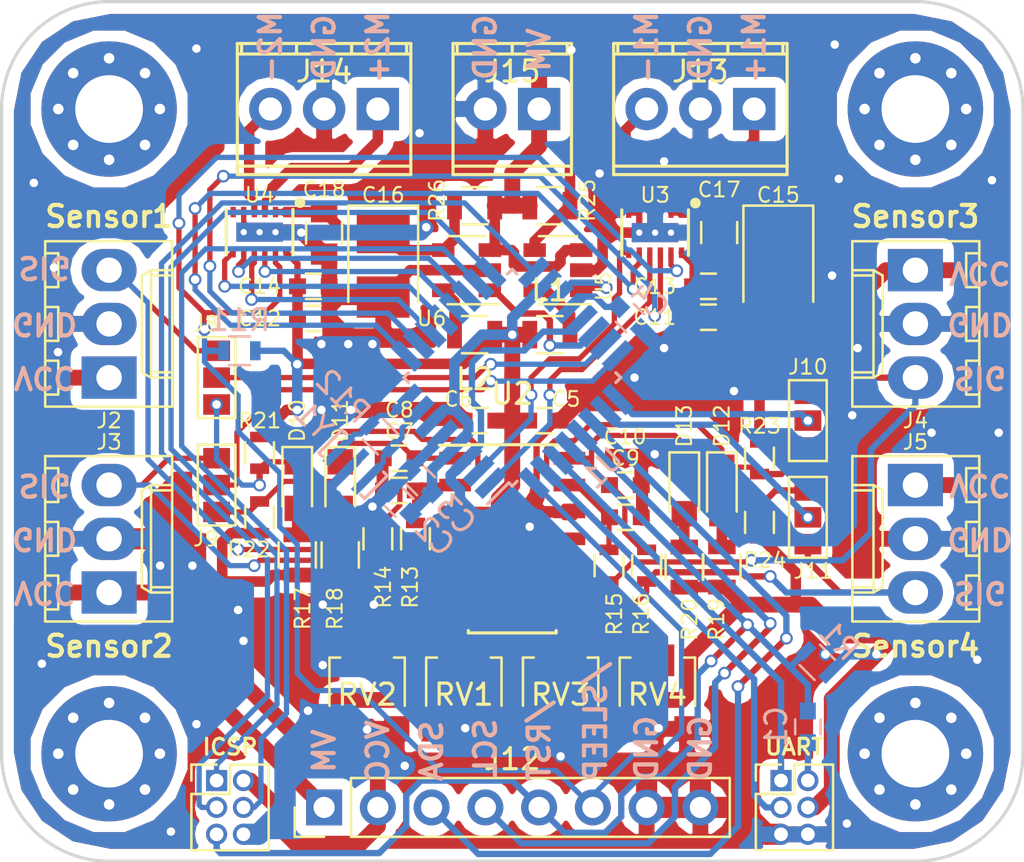
<source format=kicad_pcb>
(kicad_pcb (version 4) (host pcbnew 4.0.6+dfsg1-1)
  (layers (0 F.Cu signal hide) (31 B.Cu signal hide) (34 B.Paste user hide) (35 F.Paste user hide) (36 B.SilkS user hide) (37 F.SilkS user hide) (38 B.Mask user hide) (39 F.Mask user hide) (44 Edge.Cuts user))
  (net 0 "")
  (net 1 /RESET)
  (net 2 /DTR)
  (net 3 +5V)
  (net 4 GND)
  (net 5 "Net-(C4-Pad1)")
  (net 6 "Net-(C7-Pad1)")
  (net 7 "Net-(C8-Pad1)")
  (net 8 "Net-(C9-Pad1)")
  (net 9 "Net-(C10-Pad1)")
  (net 10 "Net-(C15-Pad1)")
  (net 11 "Net-(C16-Pad1)")
  (net 12 "Net-(D10-Pad2)")
  (net 13 "Net-(D11-Pad2)")
  (net 14 "Net-(D12-Pad2)")
  (net 15 "Net-(D13-Pad2)")
  (net 16 "Net-(J2-Pad3)")
  (net 17 "Net-(J3-Pad3)")
  (net 18 "Net-(J10-Pad3)")
  (net 19 "Net-(J11-Pad3)")
  (net 20 /MISO)
  (net 21 /SCK)
  (net 22 /MOSI)
  (net 23 /TX)
  (net 24 /RX)
  (net 25 /Sensor1)
  (net 26 /Sensor2)
  (net 27 /Sensor3)
  (net 28 /Sensor4)
  (net 29 +9V)
  (net 30 /SDA)
  (net 31 /SCL)
  (net 32 /SLEEP)
  (net 33 "Net-(J13-Pad3)")
  (net 34 "Net-(J13-Pad1)")
  (net 35 "Net-(J14-Pad3)")
  (net 36 "Net-(J14-Pad1)")
  (net 37 "Net-(L1-Pad2)")
  (net 38 "Net-(L2-Pad2)")
  (net 39 /EN1)
  (net 40 /EN2)
  (net 41 /EN3)
  (net 42 /EN4)
  (net 43 /IN1)
  (net 44 /IN2)
  (net 45 /IN3)
  (net 46 /IN4)
  (net 47 "Net-(R12-Pad1)")
  (net 48 "Net-(R12-Pad2)")
  (net 49 "Net-(RV1-Pad2)")
  (net 50 "Net-(RV2-Pad2)")
  (net 51 "Net-(RV3-Pad2)")
  (net 52 "Net-(RV4-Pad2)")
  (net 53 /Current1)
  (net 54 /Current2)
  (module Capacitors_Tantalum_SMD:CP_Tantalum_Case-B_EIA-3528-21_Reflow (layer F.Cu) (at 158.623 83.566 270)
    (fp_text reference C15 (at -3.302 0 360) (layer F.SilkS) (effects (font (size 0.7 0.7) (thickness 0.1))))
    (fp_text value 10u)
    (pad 1 smd rect (at -1.525 0 270) (size 1.95 2.5) (layers F.Cu F.Paste F.Mask) (net 10 "Net-(C15-Pad1)"))
    (pad 2 smd rect (at 1.525 0 270) (size 1.95 2.5) (layers F.Cu F.Paste F.Mask) (net 4 GND))
  )
  (module Capacitors_Tantalum_SMD:CP_Tantalum_Case-B_EIA-3528-21_Reflow (layer F.Cu) (at 139.954 83.566 270)
    (fp_text reference C16 (at -3.302 0 360) (layer F.SilkS) (effects (font (size 0.7 0.7) (thickness 0.1))))
    (fp_text value 10u)
    (pad 1 smd rect (at -1.525 0 270) (size 1.95 2.5) (layers F.Cu F.Paste F.Mask) (net 11 "Net-(C16-Pad1)"))
    (pad 2 smd rect (at 1.525 0 270) (size 1.95 2.5) (layers F.Cu F.Paste F.Mask) (net 4 GND))
  )
  (module Housings_SOIC:SOIC-14_3.9x8.7mm_Pitch1.27mm (layer F.Cu) (at 146.05 96.52)
    (fp_text reference U2 (at 0 -6.858) (layer F.SilkS))
    (fp_text value LM339)
    (pad 1 smd rect (at -2.7 -3.81) (size 1.5 0.6) (layers F.Cu F.Paste F.Mask) (net 7 "Net-(C8-Pad1)"))
    (pad 2 smd rect (at -2.7 -2.54) (size 1.5 0.6) (layers F.Cu F.Paste F.Mask) (net 6 "Net-(C7-Pad1)"))
    (pad 3 smd rect (at -2.7 -1.27) (size 1.5 0.6) (layers F.Cu F.Paste F.Mask) (net 3 +5V))
    (pad 4 smd rect (at -2.7 0) (size 1.5 0.6) (layers F.Cu F.Paste F.Mask) (net 16 "Net-(J2-Pad3)"))
    (pad 5 smd rect (at -2.7 1.27) (size 1.5 0.6) (layers F.Cu F.Paste F.Mask) (net 49 "Net-(RV1-Pad2)"))
    (pad 6 smd rect (at -2.7 2.54) (size 1.5 0.6) (layers F.Cu F.Paste F.Mask) (net 17 "Net-(J3-Pad3)"))
    (pad 7 smd rect (at -2.7 3.81) (size 1.5 0.6) (layers F.Cu F.Paste F.Mask) (net 50 "Net-(RV2-Pad2)"))
    (pad 8 smd rect (at 2.7 3.81) (size 1.5 0.6) (layers F.Cu F.Paste F.Mask) (net 19 "Net-(J11-Pad3)"))
    (pad 9 smd rect (at 2.7 2.54) (size 1.5 0.6) (layers F.Cu F.Paste F.Mask) (net 52 "Net-(RV4-Pad2)"))
    (pad 10 smd rect (at 2.7 1.27) (size 1.5 0.6) (layers F.Cu F.Paste F.Mask) (net 18 "Net-(J10-Pad3)"))
    (pad 11 smd rect (at 2.7 0) (size 1.5 0.6) (layers F.Cu F.Paste F.Mask) (net 51 "Net-(RV3-Pad2)"))
    (pad 12 smd rect (at 2.7 -1.27) (size 1.5 0.6) (layers F.Cu F.Paste F.Mask) (net 4 GND))
    (pad 13 smd rect (at 2.7 -2.54) (size 1.5 0.6) (layers F.Cu F.Paste F.Mask) (net 8 "Net-(C9-Pad1)"))
    (pad 14 smd rect (at 2.7 -3.81) (size 1.5 0.6) (layers F.Cu F.Paste F.Mask) (net 9 "Net-(C10-Pad1)"))
  )
  (module footprint:Via_0.4mm-0.6mm (layer F.Cu) (at 136.398 104.648)
    (fp_text reference Via hide)
    (fp_text value Via hide)
    (pad 1 thru_hole circle (at 0 0) (size 0.6 0.6) (drill 0.4) (layers *.Cu) (net 4 GND))
  )
  (module footprint:Via_0.4mm-0.6mm (layer F.Cu) (at 139.192 105.537)
    (fp_text reference Via hide)
    (fp_text value Via hide)
    (pad 1 thru_hole circle (at 0 0) (size 0.6 0.6) (drill 0.4) (layers *.Cu) (net 4 GND))
  )
  (module footprint:Via_0.4mm-0.6mm (layer F.Cu) (at 137.0965 99.6315)
    (fp_text reference Via hide)
    (fp_text value Via hide)
    (pad 1 thru_hole circle (at 0 0) (size 0.6 0.6) (drill 0.4) (layers *.Cu) (net 4 GND))
  )
  (module footprint:Via_0.4mm-0.6mm (layer F.Cu) (at 133.35 101.346)
    (fp_text reference Via hide)
    (fp_text value Via hide)
    (pad 1 thru_hole circle (at 0 0) (size 0.6 0.6) (drill 0.4) (layers *.Cu) (net 4 GND))
  )
  (module footprint:Via_0.4mm-0.6mm (layer F.Cu) (at 129.413 97.79)
    (fp_text reference Via hide)
    (fp_text value Via hide)
    (pad 1 thru_hole circle (at 0 0) (size 0.6 0.6) (drill 0.4) (layers *.Cu) (net 4 GND))
  )
  (module footprint:Via_0.4mm-0.6mm (layer F.Cu) (at 136.0805 82.042)
    (fp_text reference Via hide)
    (fp_text value Via hide)
    (pad 1 thru_hole circle (at 0 0) (size 0.6 0.6) (drill 0.4) (layers *.Cu) (net 4 GND))
  )
  (module footprint:Via_0.4mm-0.6mm (layer F.Cu) (at 141.986 81.788)
    (fp_text reference Via hide)
    (fp_text value Via hide)
    (pad 1 thru_hole circle (at 0 0) (size 0.6 0.6) (drill 0.4) (layers *.Cu) (net 4 GND))
  )
  (module footprint:Via_0.4mm-0.6mm (layer F.Cu) (at 139.446 87.3125)
    (fp_text reference Via hide)
    (fp_text value Via hide)
    (pad 1 thru_hole circle (at 0 0) (size 0.6 0.6) (drill 0.4) (layers *.Cu) (net 4 GND))
  )
  (module footprint:Via_0.4mm-0.6mm (layer F.Cu) (at 138.303 87.3125)
    (fp_text reference Via hide)
    (fp_text value Via hide)
    (pad 1 thru_hole circle (at 0 0) (size 0.6 0.6) (drill 0.4) (layers *.Cu) (net 4 GND))
  )
  (module footprint:Via_0.4mm-0.6mm (layer F.Cu) (at 151.8285 88.9)
    (fp_text reference Via hide)
    (fp_text value Via hide)
    (pad 1 thru_hole circle (at 0 0) (size 0.6 0.6) (drill 0.4) (layers *.Cu) (net 4 GND))
  )
  (module footprint:Via_0.4mm-0.6mm (layer F.Cu) (at 156.5275 89.535)
    (fp_text reference Via hide)
    (fp_text value Via hide)
    (pad 1 thru_hole circle (at 0 0) (size 0.6 0.6) (drill 0.4) (layers *.Cu) (net 4 GND))
  )
  (module footprint:Via_0.4mm-0.6mm (layer F.Cu) (at 153.2255 87.503)
    (fp_text reference Via hide)
    (fp_text value Via hide)
    (pad 1 thru_hole circle (at 0 0) (size 0.6 0.6) (drill 0.4) (layers *.Cu) (net 4 GND))
  )
  (module footprint:Via_0.4mm-0.6mm (layer F.Cu) (at 152.9715 105.4735)
    (fp_text reference Via hide)
    (fp_text value Via hide)
    (pad 1 thru_hole circle (at 0 0) (size 0.6 0.6) (drill 0.4) (layers *.Cu) (net 4 GND))
  )
  (module footprint:Via_0.4mm-0.6mm (layer F.Cu) (at 129.921 110.363)
    (fp_text reference Via hide)
    (fp_text value Via hide)
    (pad 1 thru_hole circle (at 0 0) (size 0.6 0.6) (drill 0.4) (layers *.Cu) (net 4 GND))
  )
  (module footprint:Via_0.4mm-0.6mm (layer F.Cu) (at 131.1275 105.283)
    (fp_text reference Via hide)
    (fp_text value Via hide)
    (pad 1 thru_hole circle (at 0 0) (size 0.6 0.6) (drill 0.4) (layers *.Cu) (net 4 GND))
  )
  (module footprint:Via_0.4mm-0.6mm (layer F.Cu) (at 123.825 102.4255)
    (fp_text reference Via hide)
    (fp_text value Via hide)
    (pad 1 thru_hole circle (at 0 0) (size 0.6 0.6) (drill 0.4) (layers *.Cu) (net 4 GND))
  )
  (module footprint:Via_0.4mm-0.6mm (layer F.Cu) (at 161.8615 109.982)
    (fp_text reference Via hide)
    (fp_text value Via hide)
    (pad 1 thru_hole circle (at 0 0) (size 0.6 0.6) (drill 0.4) (layers *.Cu) (net 4 GND))
  )
  (module footprint:Via_0.4mm-0.6mm (layer F.Cu) (at 168.021 102.235)
    (fp_text reference Via hide)
    (fp_text value Via hide)
    (pad 1 thru_hole circle (at 0 0) (size 0.6 0.6) (drill 0.4) (layers *.Cu) (net 4 GND))
  )
  (module footprint:Via_0.4mm-0.6mm (layer F.Cu) (at 169.037 91.5035)
    (fp_text reference Via hide)
    (fp_text value Via hide)
    (pad 1 thru_hole circle (at 0 0) (size 0.6 0.6) (drill 0.4) (layers *.Cu) (net 4 GND))
  )
  (module footprint:Via_0.4mm-0.6mm (layer F.Cu) (at 168.7195 79.5655)
    (fp_text reference Via hide)
    (fp_text value Via hide)
    (pad 1 thru_hole circle (at 0 0) (size 0.6 0.6) (drill 0.4) (layers *.Cu) (net 4 GND))
  )
  (module footprint:Via_0.4mm-0.6mm (layer F.Cu) (at 161.4805 79.502)
    (fp_text reference Via hide)
    (fp_text value Via hide)
    (pad 1 thru_hole circle (at 0 0) (size 0.6 0.6) (drill 0.4) (layers *.Cu) (net 4 GND))
  )
  (module footprint:Via_0.4mm-0.6mm (layer F.Cu) (at 161.29 73.152)
    (fp_text reference Via hide)
    (fp_text value Via hide)
    (pad 1 thru_hole circle (at 0 0) (size 0.6 0.6) (drill 0.4) (layers *.Cu) (net 4 GND))
  )
  (module footprint:Via_0.4mm-0.6mm (layer F.Cu) (at 123.444 79.6925)
    (fp_text reference Via hide)
    (fp_text value Via hide)
    (pad 1 thru_hole circle (at 0 0) (size 0.6 0.6) (drill 0.4) (layers *.Cu) (net 4 GND))
  )
  (module footprint:Via_0.4mm-0.6mm (layer F.Cu) (at 131.1275 73.3425)
    (fp_text reference Via hide)
    (fp_text value Via hide)
    (pad 1 thru_hole circle (at 0 0) (size 0.6 0.6) (drill 0.4) (layers *.Cu) (net 4 GND))
  )
  (module footprint:Via_0.4mm-0.6mm (layer F.Cu) (at 148.844 73.406)
    (fp_text reference Via hide)
    (fp_text value Via hide)
    (pad 1 thru_hole circle (at 0 0) (size 0.6 0.6) (drill 0.4) (layers *.Cu) (net 4 GND))
  )
  (module footprint:Via_0.4mm-0.6mm (layer F.Cu) (at 141.6685 77.343)
    (fp_text reference Via hide)
    (fp_text value Via hide)
    (pad 1 thru_hole circle (at 0 0) (size 0.6 0.6) (drill 0.4) (layers *.Cu) (net 4 GND))
  )
  (module Capacitors_SMD:C_0603 (layer F.Cu) (at 151.396 93.98)
    (fp_text reference C10 (at -0.012 -2.286) (layer F.SilkS) (effects (font (size 0.7 0.7) (thickness 0.1))))
    (fp_text value 100n)
    (pad 1 smd rect (at -0.75 0) (size 0.8 0.75) (layers F.Cu F.Paste F.Mask) (net 9 "Net-(C10-Pad1)"))
    (pad 2 smd rect (at 0.75 0) (size 0.8 0.75) (layers F.Cu F.Paste F.Mask) (net 4 GND))
  )
  (module footprint:Via_0.4mm-0.6mm (layer F.Cu) (at 152.781 92.5195)
    (fp_text reference Via hide)
    (fp_text value Via hide)
    (pad 1 thru_hole circle (at 0 0) (size 0.6 0.6) (drill 0.4) (layers *.Cu) (net 4 GND))
  )
  (module footprint:Via_0.4mm-0.6mm (layer F.Cu) (at 143.8275 105.4735)
    (fp_text reference Via hide)
    (fp_text value Via hide)
    (pad 1 thru_hole circle (at 0 0) (size 0.6 0.6) (drill 0.4) (layers *.Cu) (net 4 GND))
  )
  (module footprint:Via_0.4mm-0.6mm (layer F.Cu) (at 137.0965 102.489)
    (fp_text reference Via hide)
    (fp_text value Via hide)
    (pad 1 thru_hole circle (at 0 0) (size 0.6 0.6) (drill 0.4) (layers *.Cu) (net 4 GND))
  )
  (module footprint:Via_0.4mm-0.6mm (layer F.Cu) (at 139.5095 99.6315)
    (fp_text reference Via hide)
    (fp_text value Via hide)
    (pad 1 thru_hole circle (at 0 0) (size 0.6 0.6) (drill 0.4) (layers *.Cu) (net 4 GND))
  )
  (module footprint:Via_0.4mm-0.6mm (layer F.Cu) (at 133.096 99.8855)
    (fp_text reference Via hide)
    (fp_text value Via hide)
    (pad 1 thru_hole circle (at 0 0) (size 0.6 0.6) (drill 0.4) (layers *.Cu) (net 4 GND))
  )
  (module footprint:Via_0.4mm-0.6mm (layer F.Cu) (at 146.8755 95.9485)
    (fp_text reference Via hide)
    (fp_text value Via hide)
    (pad 1 thru_hole circle (at 0 0) (size 0.6 0.6) (drill 0.4) (layers *.Cu) (net 4 GND))
  )
  (module footprint:Via_0.4mm-0.6mm (layer F.Cu) (at 130.937 97.79)
    (fp_text reference Via hide)
    (fp_text value Via hide)
    (pad 1 thru_hole circle (at 0 0) (size 0.6 0.6) (drill 0.4) (layers *.Cu) (net 4 GND))
  )
  (module footprint:Via_0.4mm-0.6mm (layer F.Cu) (at 124.587 87.6935)
    (fp_text reference Via hide)
    (fp_text value Via hide)
    (pad 1 thru_hole circle (at 0 0) (size 0.6 0.6) (drill 0.4) (layers *.Cu) (net 4 GND))
  )
  (module footprint:Via_0.4mm-0.6mm (layer F.Cu) (at 124.3965 83.693)
    (fp_text reference Via hide)
    (fp_text value Via hide)
    (pad 1 thru_hole circle (at 0 0) (size 0.6 0.6) (drill 0.4) (layers *.Cu) (net 4 GND))
  )
  (module footprint:Via_0.4mm-0.6mm (layer F.Cu) (at 150.1775 79.248)
    (fp_text reference Via hide)
    (fp_text value Via hide)
    (pad 1 thru_hole circle (at 0 0) (size 0.6 0.6) (drill 0.4) (layers *.Cu) (net 4 GND))
  )
  (module footprint:Via_0.4mm-0.6mm (layer F.Cu) (at 153.2255 78.6765)
    (fp_text reference Via hide)
    (fp_text value Via hide)
    (pad 1 thru_hole circle (at 0 0) (size 0.6 0.6) (drill 0.4) (layers *.Cu) (net 4 GND))
  )
  (module footprint:Via_0.4mm-0.6mm (layer F.Cu) (at 161.163 84.074)
    (fp_text reference Via hide)
    (fp_text value Via hide)
    (pad 1 thru_hole circle (at 0 0) (size 0.6 0.6) (drill 0.4) (layers *.Cu) (net 4 GND))
  )
  (module footprint:Via_0.4mm-0.6mm (layer F.Cu) (at 162.3695 87.503)
    (fp_text reference Via hide)
    (fp_text value Via hide)
    (pad 1 thru_hole circle (at 0 0) (size 0.6 0.6) (drill 0.4) (layers *.Cu) (net 4 GND))
  )
  (module footprint:Via_0.4mm-0.6mm (layer F.Cu) (at 162.1155 90.678)
    (fp_text reference Via hide)
    (fp_text value Via hide)
    (pad 1 thru_hole circle (at 0 0) (size 0.6 0.6) (drill 0.4) (layers *.Cu) (net 4 GND))
  )
  (module footprint:Via_0.4mm-0.6mm (layer F.Cu) (at 165.862 91.5035)
    (fp_text reference Via hide)
    (fp_text value Via hide)
    (pad 1 thru_hole circle (at 0 0) (size 0.6 0.6) (drill 0.4) (layers *.Cu) (net 4 GND))
  )
  (module footprint:Via_0.4mm-0.6mm (layer F.Cu) (at 160.8455 101.981)
    (fp_text reference Via hide)
    (fp_text value Via hide)
    (pad 1 thru_hole circle (at 0 0) (size 0.6 0.6) (drill 0.4) (layers *.Cu) (net 4 GND))
  )
  (module footprint:Via_0.4mm-0.6mm (layer F.Cu) (at 148.336 106.807)
    (fp_text reference Via hide)
    (fp_text value Via hide)
    (pad 1 thru_hole circle (at 0 0) (size 0.6 0.6) (drill 0.4) (layers *.Cu) (net 4 GND))
  )
  (module footprint:Via_0.4mm-0.6mm (layer F.Cu) (at 140.97 107.2515)
    (fp_text reference Via hide)
    (fp_text value Via hide)
    (pad 1 thru_hole circle (at 0 0) (size 0.6 0.6) (drill 0.4) (layers *.Cu) (net 4 GND))
  )
  (module footprint:WSON-12-1EP_3x2mm_Pitch0.5mm_ThermalVias (layer F.Cu) (at 152.801 82.0445 270)
    (fp_text reference U3 (at -1.7805 0 360) (layer F.SilkS) (effects (font (size 0.7 0.7) (thickness 0.1))))
    (fp_text value DRV8839)
    (pad 1 smd rect (at -0.95 -1.25 270) (size 0.5 0.25) (layers F.Cu F.Paste F.Mask) (net 10 "Net-(C15-Pad1)"))
    (pad 2 smd rect (at -0.95 -0.75 270) (size 0.5 0.25) (layers F.Cu F.Paste F.Mask) (net 10 "Net-(C15-Pad1)"))
    (pad 3 smd rect (at -0.95 -0.25 270) (size 0.5 0.25) (layers F.Cu F.Paste F.Mask) (net 34 "Net-(J13-Pad1)"))
    (pad 4 smd rect (at -0.95 0.25 270) (size 0.5 0.25) (layers F.Cu F.Paste F.Mask) (net 33 "Net-(J13-Pad3)"))
    (pad 5 smd rect (at -0.95 0.75 270) (size 0.5 0.25) (layers F.Cu F.Paste F.Mask) (net 4 GND))
    (pad 6 smd rect (at -0.95 1.25 270) (size 0.5 0.25) (layers F.Cu F.Paste F.Mask) (net 4 GND))
    (pad 7 smd rect (at 0.95 1.25 270) (size 0.5 0.25) (layers F.Cu F.Paste F.Mask) (net 40 /EN2))
    (pad 8 smd rect (at 0.95 0.75 270) (size 0.5 0.25) (layers F.Cu F.Paste F.Mask) (net 44 /IN2))
    (pad 9 smd rect (at 0.95 0.25 270) (size 0.5 0.25) (layers F.Cu F.Paste F.Mask) (net 39 /EN1))
    (pad 10 smd rect (at 0.95 -0.25 270) (size 0.5 0.25) (layers F.Cu F.Paste F.Mask) (net 43 /IN1))
    (pad 11 smd rect (at 0.95 -0.75 270) (size 0.5 0.25) (layers F.Cu F.Paste F.Mask) (net 32 /SLEEP))
    (pad 12 smd rect (at 0.95 -1.25 270) (size 0.5 0.25) (layers F.Cu F.Paste F.Mask) (net 3 +5V))
    (pad 13 thru_hole rect (at 0 0 270) (size 0.9 2.2) (drill 0.3) (layers *.Cu *.Mask) (net 4 GND))
    (pad 13 thru_hole circle (at 0 -0.75) (size 0.4 0.4) (drill 0.3) (layers *.Cu *.Mask) (net 4 GND))
    (pad 13 thru_hole circle (at 0 0.75 270) (size 0.4 0.4) (drill 0.3) (layers *.Cu *.Mask) (net 4 GND))
  )
  (module Connectors:GS3 (layer F.Cu) (at 132.08 88.9 180)
    (fp_text reference J8 (at 0.508 2.54 180) (layer F.SilkS) (effects (font (size 0.7 0.7) (thickness 0.1))))
    (fp_text value Jumper)
    (pad 1 smd rect (at 0 -1.27 180) (size 1.27 0.97) (layers F.Cu F.Mask) (net 6 "Net-(C7-Pad1)"))
    (pad 2 smd rect (at 0 0 180) (size 1.27 0.97) (layers F.Cu F.Mask) (net 25 /Sensor1))
    (pad 3 smd rect (at 0 1.27 180) (size 1.27 0.97) (layers F.Cu F.Mask) (net 16 "Net-(J2-Pad3)"))
  )
  (module Connectors_Molex:Molex_KK-6410-03_03x2.54mm_Straight (layer F.Cu) (at 165.1 83.82 270)
    (fp_text reference J4 (at 7.112 0 360) (layer F.SilkS) (effects (font (size 0.7 0.7) (thickness 0.1))))
    (fp_text value Conn_01x03)
    (pad 1 thru_hole rect (at 0 0 270) (size 2 2.6) (drill 1.2) (layers *.Cu *.Mask) (net 3 +5V))
    (pad 2 thru_hole oval (at 2.54 0 270) (size 2 2.6) (drill 1.2) (layers *.Cu *.Mask) (net 4 GND))
    (pad 3 thru_hole oval (at 5.08 0 270) (size 2 2.6) (drill 1.2) (layers *.Cu *.Mask) (net 18 "Net-(J10-Pad3)"))
  )
  (module Connectors_Molex:Molex_KK-6410-03_03x2.54mm_Straight (layer F.Cu) (at 127 88.9 90)
    (fp_text reference J2 (at -2.032 0 180) (layer F.SilkS) (effects (font (size 0.7 0.7) (thickness 0.1))))
    (fp_text value Conn_01x03)
    (pad 1 thru_hole rect (at 0 0 90) (size 2 2.6) (drill 1.2) (layers *.Cu *.Mask) (net 3 +5V))
    (pad 2 thru_hole oval (at 2.54 0 90) (size 2 2.6) (drill 1.2) (layers *.Cu *.Mask) (net 4 GND))
    (pad 3 thru_hole oval (at 5.08 0 90) (size 2 2.6) (drill 1.2) (layers *.Cu *.Mask) (net 16 "Net-(J2-Pad3)"))
  )
  (module TO_SOT_Packages_SMD:SOT-23-5 (layer F.Cu) (at 143.891 83.82 180)
    (fp_text reference U6 (at 1.651 -2.286 180) (layer F.SilkS) (effects (font (size 0.7 0.7) (thickness 0.1))))
    (fp_text value INA180)
    (pad 1 smd rect (at -1.1 -0.95 180) (size 1.06 0.65) (layers F.Cu F.Paste F.Mask) (net 54 /Current2))
    (pad 2 smd rect (at -1.1 0 180) (size 1.06 0.65) (layers F.Cu F.Paste F.Mask) (net 4 GND))
    (pad 3 smd rect (at -1.1 0.95 180) (size 1.06 0.65) (layers F.Cu F.Paste F.Mask) (net 29 +9V))
    (pad 4 smd rect (at 1.1 0.95 180) (size 1.06 0.65) (layers F.Cu F.Paste F.Mask) (net 11 "Net-(C16-Pad1)"))
    (pad 5 smd rect (at 1.1 -0.95 180) (size 1.06 0.65) (layers F.Cu F.Paste F.Mask) (net 38 "Net-(L2-Pad2)"))
  )
  (module Resistors_SMD:R_0603 (layer F.Cu) (at 157.734 92.71 270)
    (fp_text reference R23 (at -1.524 0 360) (layer F.SilkS) (effects (font (size 0.7 0.7) (thickness 0.1))))
    (fp_text value 10k)
    (pad 1 smd rect (at -0.75 0 270) (size 0.5 0.9) (layers F.Cu F.Paste F.Mask) (net 3 +5V))
    (pad 2 smd rect (at 0.75 0 270) (size 0.5 0.9) (layers F.Cu F.Paste F.Mask) (net 8 "Net-(C9-Pad1)"))
  )
  (module Capacitors_SMD:C_0603 (layer B.Cu) (at 160.02 105.41 270)
    (fp_text reference C1 (at 0 1.5 270) (layer B.SilkS) (effects (justify mirror)))
    (fp_text value 100n)
    (pad 1 smd rect (at -0.75 0 270) (size 0.8 0.75) (layers B.Cu B.Mask) (net 1 /RESET))
    (pad 2 smd rect (at 0.75 0 270) (size 0.8 0.75) (layers B.Cu B.Mask) (net 2 /DTR))
  )
  (module Capacitors_SMD:C_0603 (layer B.Cu) (at 140.716 94.8055 135)
    (fp_text reference C2 (at -2.289965 0.044901 135) (layer B.SilkS) (effects (justify mirror)))
    (fp_text value 10u)
    (pad 1 smd rect (at -0.75 0 135) (size 0.8 0.75) (layers B.Cu B.Mask) (net 3 +5V))
    (pad 2 smd rect (at 0.75 0 135) (size 0.8 0.75) (layers B.Cu B.Mask) (net 4 GND))
  )
  (module Capacitors_SMD:C_0603 (layer B.Cu) (at 141.732 93.7895 135)
    (fp_text reference C3 (at -2.289965 0.044901 135) (layer B.SilkS) (effects (justify mirror)))
    (fp_text value 100n)
    (pad 1 smd rect (at -0.75 0 135) (size 0.8 0.75) (layers B.Cu B.Mask) (net 3 +5V))
    (pad 2 smd rect (at 0.75 0 135) (size 0.8 0.75) (layers B.Cu B.Mask) (net 4 GND))
  )
  (module Capacitors_SMD:C_0603 (layer B.Cu) (at 151.61567 86.08367 315)
    (fp_text reference C4 (at 0.031579 -1.257236 315) (layer B.SilkS) (effects (justify mirror)))
    (fp_text value 100n)
    (pad 1 smd rect (at -0.75 0 315) (size 0.8 0.75) (layers B.Cu B.Mask) (net 5 "Net-(C4-Pad1)"))
    (pad 2 smd rect (at 0.75 0 315) (size 0.8 0.75) (layers B.Cu B.Mask) (net 4 GND))
  )
  (module Capacitors_SMD:C_0603 (layer F.Cu) (at 147.574 90.932)
    (fp_text reference C5 (at 1.016 -1.016) (layer F.SilkS) (effects (font (size 0.7 0.7) (thickness 0.1))))
    (fp_text value 10u)
    (pad 1 smd rect (at -0.75 0) (size 0.8 0.75) (layers F.Cu F.Paste F.Mask) (net 3 +5V))
    (pad 2 smd rect (at 0.75 0) (size 0.8 0.75) (layers F.Cu F.Paste F.Mask) (net 4 GND))
  )
  (module Capacitors_SMD:C_0603 (layer F.Cu) (at 144.526 90.932 180)
    (fp_text reference C6 (at 1.016 1.016 180) (layer F.SilkS) (effects (font (size 0.7 0.7) (thickness 0.1))))
    (fp_text value 100n)
    (pad 1 smd rect (at -0.75 0 180) (size 0.8 0.75) (layers F.Cu F.Paste F.Mask) (net 3 +5V))
    (pad 2 smd rect (at 0.75 0 180) (size 0.8 0.75) (layers F.Cu F.Paste F.Mask) (net 4 GND))
  )
  (module Capacitors_SMD:C_0603 (layer F.Cu) (at 140.716 94.234 180)
    (fp_text reference C7 (at 0 2.794 180) (layer F.SilkS) (effects (font (size 0.7 0.7) (thickness 0.1))))
    (fp_text value 100n)
    (pad 1 smd rect (at -0.75 0 180) (size 0.8 0.75) (layers F.Cu F.Paste F.Mask) (net 6 "Net-(C7-Pad1)"))
    (pad 2 smd rect (at 0.75 0 180) (size 0.8 0.75) (layers F.Cu F.Paste F.Mask) (net 4 GND))
  )
  (module Capacitors_SMD:C_0603 (layer F.Cu) (at 140.704 92.71 180)
    (fp_text reference C8 (at -0.012 2.286 180) (layer F.SilkS) (effects (font (size 0.7 0.7) (thickness 0.1))))
    (fp_text value 100n)
    (pad 1 smd rect (at -0.75 0 180) (size 0.8 0.75) (layers F.Cu F.Paste F.Mask) (net 7 "Net-(C8-Pad1)"))
    (pad 2 smd rect (at 0.75 0 180) (size 0.8 0.75) (layers F.Cu F.Paste F.Mask) (net 4 GND))
  )
  (module Capacitors_SMD:C_0603 (layer F.Cu) (at 151.396 95.504)
    (fp_text reference C9 (at 0 -2.794) (layer F.SilkS) (effects (font (size 0.7 0.7) (thickness 0.1))))
    (fp_text value 100n)
    (pad 1 smd rect (at -0.75 0) (size 0.8 0.75) (layers F.Cu F.Paste F.Mask) (net 8 "Net-(C9-Pad1)"))
    (pad 2 smd rect (at 0.75 0) (size 0.8 0.75) (layers F.Cu F.Paste F.Mask) (net 4 GND))
  )
  (module Capacitors_SMD:C_0603 (layer F.Cu) (at 155.321 86.0425)
    (fp_text reference C11 (at -2.54 0) (layer F.SilkS) (effects (font (size 0.7 0.7) (thickness 0.1))))
    (fp_text value 10u)
    (pad 1 smd rect (at -0.75 0) (size 0.8 0.75) (layers F.Cu F.Paste F.Mask) (net 3 +5V))
    (pad 2 smd rect (at 0.75 0) (size 0.8 0.75) (layers F.Cu F.Paste F.Mask) (net 4 GND))
  )
  (module Capacitors_SMD:C_0603 (layer F.Cu) (at 136.652 86.106)
    (fp_text reference C12 (at -2.54 0) (layer F.SilkS) (effects (font (size 0.7 0.7) (thickness 0.1))))
    (fp_text value 10u)
    (pad 1 smd rect (at -0.75 0) (size 0.8 0.75) (layers F.Cu F.Paste F.Mask) (net 3 +5V))
    (pad 2 smd rect (at 0.75 0) (size 0.8 0.75) (layers F.Cu F.Paste F.Mask) (net 4 GND))
  )
  (module Capacitors_SMD:C_0603 (layer F.Cu) (at 155.321 84.582)
    (fp_text reference C13 (at -2.54 0) (layer F.SilkS) (effects (font (size 0.7 0.7) (thickness 0.1))))
    (fp_text value 100n)
    (pad 1 smd rect (at -0.75 0) (size 0.8 0.75) (layers F.Cu F.Paste F.Mask) (net 3 +5V))
    (pad 2 smd rect (at 0.75 0) (size 0.8 0.75) (layers F.Cu F.Paste F.Mask) (net 4 GND))
  )
  (module Capacitors_SMD:C_0603 (layer F.Cu) (at 136.652 84.582)
    (fp_text reference C14 (at -2.54 0) (layer F.SilkS) (effects (font (size 0.7 0.7) (thickness 0.1))))
    (fp_text value 100n)
    (pad 1 smd rect (at -0.75 0) (size 0.8 0.75) (layers F.Cu F.Paste F.Mask) (net 3 +5V))
    (pad 2 smd rect (at 0.75 0) (size 0.8 0.75) (layers F.Cu F.Paste F.Mask) (net 4 GND))
  )
  (module Capacitors_SMD:C_0805 (layer F.Cu) (at 155.829 82.042 270)
    (fp_text reference C17 (at -2.032 0 360) (layer F.SilkS) (effects (font (size 0.7 0.7) (thickness 0.1))))
    (fp_text value 100n)
    (pad 1 smd rect (at -1 0 270) (size 1 1.25) (layers F.Cu F.Paste F.Mask) (net 10 "Net-(C15-Pad1)"))
    (pad 2 smd rect (at 1 0 270) (size 1 1.25) (layers F.Cu F.Paste F.Mask) (net 4 GND))
  )
  (module Capacitors_SMD:C_0805 (layer F.Cu) (at 137.16 82.058 270)
    (fp_text reference C18 (at -2.048 0 360) (layer F.SilkS) (effects (font (size 0.7 0.7) (thickness 0.1))))
    (fp_text value 100n)
    (pad 1 smd rect (at -1 0 270) (size 1 1.25) (layers F.Cu F.Paste F.Mask) (net 11 "Net-(C16-Pad1)"))
    (pad 2 smd rect (at 1 0 270) (size 1 1.25) (layers F.Cu F.Paste F.Mask) (net 4 GND))
  )
  (module LEDs:LED_0805 (layer F.Cu) (at 135.89 93.98 270)
    (fp_text reference D10 (at -3.048 0 270) (layer F.SilkS) (effects (font (size 0.7 0.7) (thickness 0.1))))
    (fp_text value LED)
    (pad 2 smd rect (at 1.1 0 90) (size 1.2 1.2) (layers F.Cu F.Paste F.Mask) (net 12 "Net-(D10-Pad2)"))
    (pad 1 smd rect (at -1.1 0 90) (size 1.2 1.2) (layers F.Cu F.Paste F.Mask) (net 6 "Net-(C7-Pad1)"))
  )
  (module LEDs:LED_0805 (layer F.Cu) (at 137.922 93.98 270)
    (fp_text reference D11 (at -3.048 0 270) (layer F.SilkS) (effects (font (size 0.7 0.7) (thickness 0.1))))
    (fp_text value LED)
    (pad 2 smd rect (at 1.1 0 90) (size 1.2 1.2) (layers F.Cu F.Paste F.Mask) (net 13 "Net-(D11-Pad2)"))
    (pad 1 smd rect (at -1.1 0 90) (size 1.2 1.2) (layers F.Cu F.Paste F.Mask) (net 7 "Net-(C8-Pad1)"))
  )
  (module LEDs:LED_0805 (layer F.Cu) (at 155.956 94.234 270)
    (fp_text reference D12 (at -3.048 0 270) (layer F.SilkS) (effects (font (size 0.7 0.7) (thickness 0.1))))
    (fp_text value LED)
    (pad 2 smd rect (at 1.1 0 90) (size 1.2 1.2) (layers F.Cu F.Paste F.Mask) (net 14 "Net-(D12-Pad2)"))
    (pad 1 smd rect (at -1.1 0 90) (size 1.2 1.2) (layers F.Cu F.Paste F.Mask) (net 8 "Net-(C9-Pad1)"))
  )
  (module LEDs:LED_0805 (layer F.Cu) (at 154.178 94.234 270)
    (fp_text reference D13 (at -3.048 0 450) (layer F.SilkS) (effects (font (size 0.7 0.7) (thickness 0.1))))
    (fp_text value LED)
    (pad 2 smd rect (at 1.1 0 90) (size 1.2 1.2) (layers F.Cu F.Paste F.Mask) (net 15 "Net-(D13-Pad2)"))
    (pad 1 smd rect (at -1.1 0 90) (size 1.2 1.2) (layers F.Cu F.Paste F.Mask) (net 9 "Net-(C10-Pad1)"))
  )
  (module Connectors:GS3 (layer F.Cu) (at 132.08 93.98 180)
    (fp_text reference J9 (at 0.508 -2.54 180) (layer F.SilkS) (effects (font (size 0.7 0.7) (thickness 0.1))))
    (fp_text value Jumper)
    (pad 1 smd rect (at 0 -1.27 180) (size 1.27 0.97) (layers F.Cu F.Mask) (net 7 "Net-(C8-Pad1)"))
    (pad 2 smd rect (at 0 0 180) (size 1.27 0.97) (layers F.Cu F.Mask) (net 26 /Sensor2))
    (pad 3 smd rect (at 0 1.27 180) (size 1.27 0.97) (layers F.Cu F.Mask) (net 17 "Net-(J3-Pad3)"))
  )
  (module Connectors:GS3 (layer F.Cu) (at 160.02 90.932 180)
    (fp_text reference J10 (at 0 2.54 360) (layer F.SilkS) (effects (font (size 0.7 0.7) (thickness 0.1))))
    (fp_text value Jumper)
    (pad 1 smd rect (at 0 -1.27 180) (size 1.27 0.97) (layers F.Cu F.Mask) (net 8 "Net-(C9-Pad1)"))
    (pad 2 smd rect (at 0 0 180) (size 1.27 0.97) (layers F.Cu F.Mask) (net 27 /Sensor3))
    (pad 3 smd rect (at 0 1.27 180) (size 1.27 0.97) (layers F.Cu F.Mask) (net 18 "Net-(J10-Pad3)"))
  )
  (module Connectors:GS3 (layer F.Cu) (at 160.02 95.504)
    (fp_text reference J11 (at 0.254 2.54) (layer F.SilkS) (effects (font (size 0.7 0.7) (thickness 0.1))))
    (fp_text value Jumper)
    (pad 1 smd rect (at 0 -1.27) (size 1.27 0.97) (layers F.Cu F.Mask) (net 9 "Net-(C10-Pad1)"))
    (pad 2 smd rect (at 0 0) (size 1.27 0.97) (layers F.Cu F.Mask) (net 28 /Sensor4))
    (pad 3 smd rect (at 0 1.27) (size 1.27 0.97) (layers F.Cu F.Mask) (net 19 "Net-(J11-Pad3)"))
  )
  (module Pin_Headers:Pin_Header_Straight_1x08_Pitch2.54mm (layer F.Cu) (at 137.16 109.22 90)
    (fp_text reference J12 (at 2.286 8.89 180) (layer F.SilkS))
    (fp_text value Conn_01x08)
    (pad 1 thru_hole rect (at 0 0 90) (size 1.7 1.7) (drill 1) (layers *.Cu *.Mask) (net 29 +9V))
    (pad 2 thru_hole oval (at 0 2.54 90) (size 1.7 1.7) (drill 1) (layers *.Cu *.Mask) (net 3 +5V))
    (pad 3 thru_hole oval (at 0 5.08 90) (size 1.7 1.7) (drill 1) (layers *.Cu *.Mask) (net 30 /SDA))
    (pad 4 thru_hole oval (at 0 7.62 90) (size 1.7 1.7) (drill 1) (layers *.Cu *.Mask) (net 31 /SCL))
    (pad 5 thru_hole oval (at 0 10.16 90) (size 1.7 1.7) (drill 1) (layers *.Cu *.Mask) (net 1 /RESET))
    (pad 6 thru_hole oval (at 0 12.7 90) (size 1.7 1.7) (drill 1) (layers *.Cu *.Mask) (net 32 /SLEEP))
    (pad 7 thru_hole oval (at 0 15.24 90) (size 1.7 1.7) (drill 1) (layers *.Cu *.Mask) (net 4 GND))
    (pad 8 thru_hole oval (at 0 17.78 90) (size 1.7 1.7) (drill 1) (layers *.Cu *.Mask) (net 4 GND))
  )
  (module Connectors_Terminal_Blocks:TerminalBlock_Pheonix_MPT-2.54mm_3pol (layer F.Cu) (at 157.48 76.2 180)
    (fp_text reference J13 (at 2.54 1.778 180) (layer F.SilkS))
    (fp_text value Screw_Terminal_1x03)
    (pad 3 thru_hole oval (at 5.08 0 180) (size 1.99898 1.99898) (drill 1.09728) (layers *.Cu *.Mask) (net 33 "Net-(J13-Pad3)"))
    (pad 1 thru_hole rect (at 0 0 180) (size 1.99898 1.99898) (drill 1.09728) (layers *.Cu *.Mask) (net 34 "Net-(J13-Pad1)"))
    (pad 2 thru_hole oval (at 2.54 0 180) (size 1.99898 1.99898) (drill 1.09728) (layers *.Cu *.Mask) (net 4 GND))
  )
  (module Connectors_Terminal_Blocks:TerminalBlock_Pheonix_MPT-2.54mm_2pol (layer F.Cu) (at 147.32 76.2 180)
    (fp_text reference J15 (at 1.27 1.778 180) (layer F.SilkS))
    (fp_text value Screw_Terminal_1x02)
    (pad 2 thru_hole oval (at 2.54 0 180) (size 1.99898 1.99898) (drill 1.09728) (layers *.Cu *.Mask) (net 4 GND))
    (pad 1 thru_hole rect (at 0 0 180) (size 1.99898 1.99898) (drill 1.09728) (layers *.Cu *.Mask) (net 29 +9V))
  )
  (module Resistors_SMD:R_0603 (layer B.Cu) (at 160.4645 102.362 135)
    (fp_text reference R1 (at 0 1.45 135) (layer B.SilkS) (effects (justify mirror)))
    (fp_text value 10k)
    (pad 1 smd rect (at -0.75 0 135) (size 0.5 0.9) (layers B.Cu B.Mask) (net 3 +5V))
    (pad 2 smd rect (at 0.75 0 135) (size 0.5 0.9) (layers B.Cu B.Mask) (net 1 /RESET))
  )
  (module Resistors_SMD:R_0603 (layer B.Cu) (at 133.1595 87.63 180)
    (fp_text reference R11 (at 0 1.45 180) (layer B.SilkS) (effects (justify mirror)))
    (fp_text value 10k)
    (pad 1 smd rect (at -0.75 0 180) (size 0.5 0.9) (layers B.Cu B.Mask) (net 3 +5V))
    (pad 2 smd rect (at 0.75 0 180) (size 0.5 0.9) (layers B.Cu B.Mask) (net 32 /SLEEP))
  )
  (module Resistors_SMD:R_0603 (layer B.Cu) (at 139.827 91.694 135)
    (fp_text reference R12 (at 2.604274 0.089803 135) (layer B.SilkS) (effects (justify mirror)))
    (fp_text value 1M)
    (pad 1 smd rect (at -0.75 0 135) (size 0.5 0.9) (layers B.Cu B.Mask) (net 47 "Net-(R12-Pad1)"))
    (pad 2 smd rect (at 0.75 0 135) (size 0.5 0.9) (layers B.Cu B.Mask) (net 48 "Net-(R12-Pad2)"))
  )
  (module Resistors_SMD:R_0603 (layer F.Cu) (at 141.478 96.52 270)
    (fp_text reference R13 (at 2.286 0.254 270) (layer F.SilkS) (effects (font (size 0.7 0.7) (thickness 0.1))))
    (fp_text value 1M)
    (pad 1 smd rect (at -0.75 0 270) (size 0.5 0.9) (layers F.Cu F.Paste F.Mask) (net 6 "Net-(C7-Pad1)"))
    (pad 2 smd rect (at 0.75 0 270) (size 0.5 0.9) (layers F.Cu F.Paste F.Mask) (net 16 "Net-(J2-Pad3)"))
  )
  (module Resistors_SMD:R_0603 (layer F.Cu) (at 139.7 96.52 270)
    (fp_text reference R14 (at 2.286 -0.254 270) (layer F.SilkS) (effects (font (size 0.7 0.7) (thickness 0.1))))
    (fp_text value 1M)
    (pad 1 smd rect (at -0.75 0 270) (size 0.5 0.9) (layers F.Cu F.Paste F.Mask) (net 7 "Net-(C8-Pad1)"))
    (pad 2 smd rect (at 0.75 0 270) (size 0.5 0.9) (layers F.Cu F.Paste F.Mask) (net 17 "Net-(J3-Pad3)"))
  )
  (module Resistors_SMD:R_0603 (layer F.Cu) (at 150.622 97.79 270)
    (fp_text reference R15 (at 2.286 -0.254 270) (layer F.SilkS) (effects (font (size 0.7 0.7) (thickness 0.1))))
    (fp_text value 1M)
    (pad 1 smd rect (at -0.75 0 270) (size 0.5 0.9) (layers F.Cu F.Paste F.Mask) (net 8 "Net-(C9-Pad1)"))
    (pad 2 smd rect (at 0.75 0 270) (size 0.5 0.9) (layers F.Cu F.Paste F.Mask) (net 18 "Net-(J10-Pad3)"))
  )
  (module Resistors_SMD:R_0603 (layer F.Cu) (at 152.4 97.79 270)
    (fp_text reference R16 (at 2.286 0.254 270) (layer F.SilkS) (effects (font (size 0.7 0.7) (thickness 0.1))))
    (fp_text value 1M)
    (pad 1 smd rect (at -0.75 0 270) (size 0.5 0.9) (layers F.Cu F.Paste F.Mask) (net 9 "Net-(C10-Pad1)"))
    (pad 2 smd rect (at 0.75 0 270) (size 0.5 0.9) (layers F.Cu F.Paste F.Mask) (net 19 "Net-(J11-Pad3)"))
  )
  (module Resistors_SMD:R_0805 (layer F.Cu) (at 135.89 97.282 90)
    (fp_text reference R17 (at -2.54 0.254 90) (layer F.SilkS) (effects (font (size 0.7 0.7) (thickness 0.1))))
    (fp_text value 1k5)
    (pad 1 smd rect (at -0.95 0 90) (size 0.7 1.3) (layers F.Cu F.Paste F.Mask) (net 3 +5V))
    (pad 2 smd rect (at 0.95 0 90) (size 0.7 1.3) (layers F.Cu F.Paste F.Mask) (net 12 "Net-(D10-Pad2)"))
  )
  (module Resistors_SMD:R_0805 (layer F.Cu) (at 137.922 97.282 90)
    (fp_text reference R18 (at -2.54 -0.254 90) (layer F.SilkS) (effects (font (size 0.7 0.7) (thickness 0.1))))
    (fp_text value 1k5)
    (pad 1 smd rect (at -0.95 0 90) (size 0.7 1.3) (layers F.Cu F.Paste F.Mask) (net 3 +5V))
    (pad 2 smd rect (at 0.95 0 90) (size 0.7 1.3) (layers F.Cu F.Paste F.Mask) (net 13 "Net-(D11-Pad2)"))
  )
  (module Resistors_SMD:R_0805 (layer F.Cu) (at 155.956 97.851 90)
    (fp_text reference R19 (at -2.479 -0.254 90) (layer F.SilkS) (effects (font (size 0.7 0.7) (thickness 0.1))))
    (fp_text value 1k5)
    (pad 1 smd rect (at -0.95 0 90) (size 0.7 1.3) (layers F.Cu F.Paste F.Mask) (net 3 +5V))
    (pad 2 smd rect (at 0.95 0 90) (size 0.7 1.3) (layers F.Cu F.Paste F.Mask) (net 14 "Net-(D12-Pad2)"))
  )
  (module Resistors_SMD:R_0805 (layer F.Cu) (at 154.178 97.856 90)
    (fp_text reference R20 (at -2.474 0.254 90) (layer F.SilkS) (effects (font (size 0.7 0.7) (thickness 0.1))))
    (fp_text value 1k5)
    (pad 1 smd rect (at -0.95 0 90) (size 0.7 1.3) (layers F.Cu F.Paste F.Mask) (net 3 +5V))
    (pad 2 smd rect (at 0.95 0 90) (size 0.7 1.3) (layers F.Cu F.Paste F.Mask) (net 15 "Net-(D13-Pad2)"))
  )
  (module Resistors_SMD:R_0603 (layer F.Cu) (at 134.112 92.456 270)
    (fp_text reference R21 (at -1.524 0 360) (layer F.SilkS) (effects (font (size 0.7 0.7) (thickness 0.1))))
    (fp_text value 10k)
    (pad 1 smd rect (at -0.75 0 270) (size 0.5 0.9) (layers F.Cu F.Paste F.Mask) (net 3 +5V))
    (pad 2 smd rect (at 0.75 0 270) (size 0.5 0.9) (layers F.Cu F.Paste F.Mask) (net 6 "Net-(C7-Pad1)"))
  )
  (module Resistors_SMD:R_0603 (layer F.Cu) (at 134.112 95.504 90)
    (fp_text reference R22 (at -1.524 -0.508 180) (layer F.SilkS) (effects (font (size 0.7 0.7) (thickness 0.1))))
    (fp_text value 10k)
    (pad 1 smd rect (at -0.75 0 90) (size 0.5 0.9) (layers F.Cu F.Paste F.Mask) (net 3 +5V))
    (pad 2 smd rect (at 0.75 0 90) (size 0.5 0.9) (layers F.Cu F.Paste F.Mask) (net 7 "Net-(C8-Pad1)"))
  )
  (module Resistors_SMD:R_0603 (layer F.Cu) (at 157.734 95.746 90)
    (fp_text reference R24 (at -1.79 0.254 180) (layer F.SilkS) (effects (font (size 0.7 0.7) (thickness 0.1))))
    (fp_text value 10k)
    (pad 1 smd rect (at -0.75 0 90) (size 0.5 0.9) (layers F.Cu F.Paste F.Mask) (net 3 +5V))
    (pad 2 smd rect (at 0.75 0 90) (size 0.5 0.9) (layers F.Cu F.Paste F.Mask) (net 9 "Net-(C10-Pad1)"))
  )
  (module Resistors_SMD:R_0805 (layer F.Cu) (at 147.828 80.772)
    (fp_text reference R25 (at 1.778 -0.254 90) (layer F.SilkS) (effects (font (size 0.7 0.7) (thickness 0.1))))
    (fp_text value 0.005)
    (pad 1 smd rect (at -0.95 0) (size 0.7 1.3) (layers F.Cu F.Paste F.Mask) (net 29 +9V))
    (pad 2 smd rect (at 0.95 0) (size 0.7 1.3) (layers F.Cu F.Paste F.Mask) (net 10 "Net-(C15-Pad1)"))
  )
  (module Resistors_SMD:R_0805 (layer F.Cu) (at 144.272 80.772 180)
    (fp_text reference R26 (at 1.778 0.254 270) (layer F.SilkS) (effects (font (size 0.7 0.7) (thickness 0.1))))
    (fp_text value 0.005)
    (pad 1 smd rect (at -0.95 0 180) (size 0.7 1.3) (layers F.Cu F.Paste F.Mask) (net 29 +9V))
    (pad 2 smd rect (at 0.95 0 180) (size 0.7 1.3) (layers F.Cu F.Paste F.Mask) (net 11 "Net-(C16-Pad1)"))
  )
  (module Potentiometers:Potentiometer_Trimmer-EVM3E (layer F.Cu) (at 143.764 103.886)
    (fp_text reference RV1 (at 0 0) (layer F.SilkS))
    (fp_text value 10k)
    (pad 1 smd rect (at -1.4 1.62) (size 1.2 1.2) (layers F.Cu F.Paste F.Mask) (net 3 +5V))
    (pad 3 smd rect (at 1.4 1.62) (size 1.2 1.2) (layers F.Cu F.Paste F.Mask) (net 4 GND))
    (pad 2 smd rect (at 0 -1.62) (size 1.6 1.5) (layers F.Cu F.Paste F.Mask) (net 49 "Net-(RV1-Pad2)"))
  )
  (module Potentiometers:Potentiometer_Trimmer-EVM3E (layer F.Cu) (at 139.192 103.886)
    (fp_text reference RV2 (at 0 0) (layer F.SilkS))
    (fp_text value 10k)
    (pad 1 smd rect (at -1.4 1.62) (size 1.2 1.2) (layers F.Cu F.Paste F.Mask) (net 3 +5V))
    (pad 3 smd rect (at 1.4 1.62) (size 1.2 1.2) (layers F.Cu F.Paste F.Mask) (net 4 GND))
    (pad 2 smd rect (at 0 -1.62) (size 1.6 1.5) (layers F.Cu F.Paste F.Mask) (net 50 "Net-(RV2-Pad2)"))
  )
  (module Potentiometers:Potentiometer_Trimmer-EVM3E (layer F.Cu) (at 148.336 103.886)
    (fp_text reference RV3 (at 0 0) (layer F.SilkS))
    (fp_text value 10k)
    (pad 1 smd rect (at -1.4 1.62) (size 1.2 1.2) (layers F.Cu F.Paste F.Mask) (net 3 +5V))
    (pad 3 smd rect (at 1.4 1.62) (size 1.2 1.2) (layers F.Cu F.Paste F.Mask) (net 4 GND))
    (pad 2 smd rect (at 0 -1.62) (size 1.6 1.5) (layers F.Cu F.Paste F.Mask) (net 51 "Net-(RV3-Pad2)"))
  )
  (module Potentiometers:Potentiometer_Trimmer-EVM3E (layer F.Cu) (at 152.908 103.886)
    (fp_text reference RV4 (at 0 0) (layer F.SilkS))
    (fp_text value 10k)
    (pad 1 smd rect (at -1.4 1.62) (size 1.2 1.2) (layers F.Cu F.Paste F.Mask) (net 3 +5V))
    (pad 3 smd rect (at 1.4 1.62) (size 1.2 1.2) (layers F.Cu F.Paste F.Mask) (net 4 GND))
    (pad 2 smd rect (at 0 -1.62) (size 1.6 1.5) (layers F.Cu F.Paste F.Mask) (net 52 "Net-(RV4-Pad2)"))
  )
  (module Housings_QFP:TQFP-32_7x7mm_Pitch0.8mm (layer B.Cu) (at 146.05 88.9 45)
    (fp_text reference U1 (at 0 6.05 45) (layer B.SilkS) (effects (justify mirror)))
    (fp_text value ATMEGA168PA-AU)
    (pad 1 smd rect (at -4.25 2.8 45) (size 1.6 0.55) (layers B.Cu B.Mask) (net 39 /EN1))
    (pad 2 smd rect (at -4.25 2 45) (size 1.6 0.55) (layers B.Cu B.Mask) (net 40 /EN2))
    (pad 3 smd rect (at -4.25 1.2 45) (size 1.6 0.55) (layers B.Cu B.Mask) (net 4 GND))
    (pad 4 smd rect (at -4.25 0.4 45) (size 1.6 0.55) (layers B.Cu B.Mask) (net 3 +5V))
    (pad 5 smd rect (at -4.25 -0.4 45) (size 1.6 0.55) (layers B.Cu B.Mask) (net 4 GND))
    (pad 6 smd rect (at -4.25 -1.2 45) (size 1.6 0.55) (layers B.Cu B.Mask) (net 3 +5V))
    (pad 7 smd rect (at -4.25 -2 45) (size 1.6 0.55) (layers B.Cu B.Mask) (net 47 "Net-(R12-Pad1)"))
    (pad 8 smd rect (at -4.25 -2.8 45) (size 1.6 0.55) (layers B.Cu B.Mask) (net 48 "Net-(R12-Pad2)"))
    (pad 9 smd rect (at -2.8 -4.25 315) (size 1.6 0.55) (layers B.Cu B.Mask) (net 44 /IN2))
    (pad 10 smd rect (at -2 -4.25 315) (size 1.6 0.55) (layers B.Cu B.Mask) (net 43 /IN1))
    (pad 11 smd rect (at -1.2 -4.25 315) (size 1.6 0.55) (layers B.Cu B.Mask) (net 41 /EN3))
    (pad 12 smd rect (at -0.4 -4.25 315) (size 1.6 0.55) (layers B.Cu B.Mask) (net 42 /EN4))
    (pad 13 smd rect (at 0.4 -4.25 315) (size 1.6 0.55) (layers B.Cu B.Mask) (net 45 /IN3))
    (pad 14 smd rect (at 1.2 -4.25 315) (size 1.6 0.55) (layers B.Cu B.Mask) (net 46 /IN4))
    (pad 15 smd rect (at 2 -4.25 315) (size 1.6 0.55) (layers B.Cu B.Mask) (net 22 /MOSI))
    (pad 16 smd rect (at 2.8 -4.25 315) (size 1.6 0.55) (layers B.Cu B.Mask) (net 20 /MISO))
    (pad 17 smd rect (at 4.25 -2.8 45) (size 1.6 0.55) (layers B.Cu B.Mask) (net 21 /SCK))
    (pad 18 smd rect (at 4.25 -2 45) (size 1.6 0.55) (layers B.Cu B.Mask) (net 3 +5V))
    (pad 19 smd rect (at 4.25 -1.2 45) (size 1.6 0.55) (layers B.Cu B.Mask) (net 53 /Current1))
    (pad 20 smd rect (at 4.25 -0.4 45) (size 1.6 0.55) (layers B.Cu B.Mask) (net 5 "Net-(C4-Pad1)"))
    (pad 21 smd rect (at 4.25 0.4 45) (size 1.6 0.55) (layers B.Cu B.Mask) (net 4 GND))
    (pad 22 smd rect (at 4.25 1.2 45) (size 1.6 0.55) (layers B.Cu B.Mask) (net 54 /Current2))
    (pad 23 smd rect (at 4.25 2 45) (size 1.6 0.55) (layers B.Cu B.Mask) (net 25 /Sensor1))
    (pad 24 smd rect (at 4.25 2.8 45) (size 1.6 0.55) (layers B.Cu B.Mask) (net 26 /Sensor2))
    (pad 25 smd rect (at 2.8 4.25 315) (size 1.6 0.55) (layers B.Cu B.Mask) (net 27 /Sensor3))
    (pad 26 smd rect (at 2 4.25 315) (size 1.6 0.55) (layers B.Cu B.Mask) (net 28 /Sensor4))
    (pad 27 smd rect (at 1.2 4.25 315) (size 1.6 0.55) (layers B.Cu B.Mask) (net 30 /SDA))
    (pad 28 smd rect (at 0.4 4.25 315) (size 1.6 0.55) (layers B.Cu B.Mask) (net 31 /SCL))
    (pad 29 smd rect (at -0.4 4.25 315) (size 1.6 0.55) (layers B.Cu B.Mask) (net 1 /RESET))
    (pad 30 smd rect (at -1.2 4.25 315) (size 1.6 0.55) (layers B.Cu B.Mask) (net 24 /RX))
    (pad 31 smd rect (at -2 4.25 315) (size 1.6 0.55) (layers B.Cu B.Mask) (net 23 /TX))
    (pad 32 smd rect (at -2.8 4.25 315) (size 1.6 0.55) (layers B.Cu B.Mask) (net 32 /SLEEP))
  )
  (module footprint:WSON-12-1EP_3x2mm_Pitch0.5mm_ThermalVias (layer F.Cu) (at 134.112 82.022 270)
    (fp_text reference U4 (at -1.758 0 360) (layer F.SilkS) (effects (font (size 0.7 0.7) (thickness 0.1))))
    (fp_text value DRV8839)
    (pad 1 smd rect (at -0.95 -1.25 270) (size 0.5 0.25) (layers F.Cu F.Paste F.Mask) (net 11 "Net-(C16-Pad1)"))
    (pad 2 smd rect (at -0.95 -0.75 270) (size 0.5 0.25) (layers F.Cu F.Paste F.Mask) (net 11 "Net-(C16-Pad1)"))
    (pad 3 smd rect (at -0.95 -0.25 270) (size 0.5 0.25) (layers F.Cu F.Paste F.Mask) (net 36 "Net-(J14-Pad1)"))
    (pad 4 smd rect (at -0.95 0.25 270) (size 0.5 0.25) (layers F.Cu F.Paste F.Mask) (net 35 "Net-(J14-Pad3)"))
    (pad 5 smd rect (at -0.95 0.75 270) (size 0.5 0.25) (layers F.Cu F.Paste F.Mask) (net 4 GND))
    (pad 6 smd rect (at -0.95 1.25 270) (size 0.5 0.25) (layers F.Cu F.Paste F.Mask) (net 4 GND))
    (pad 7 smd rect (at 0.95 1.25 270) (size 0.5 0.25) (layers F.Cu F.Paste F.Mask) (net 42 /EN4))
    (pad 8 smd rect (at 0.95 0.75 270) (size 0.5 0.25) (layers F.Cu F.Paste F.Mask) (net 46 /IN4))
    (pad 9 smd rect (at 0.95 0.25 270) (size 0.5 0.25) (layers F.Cu F.Paste F.Mask) (net 41 /EN3))
    (pad 10 smd rect (at 0.95 -0.25 270) (size 0.5 0.25) (layers F.Cu F.Paste F.Mask) (net 45 /IN3))
    (pad 11 smd rect (at 0.95 -0.75 270) (size 0.5 0.25) (layers F.Cu F.Paste F.Mask) (net 32 /SLEEP))
    (pad 12 smd rect (at 0.95 -1.25 270) (size 0.5 0.25) (layers F.Cu F.Paste F.Mask) (net 3 +5V))
    (pad 13 thru_hole rect (at 0 0 270) (size 0.9 2.2) (drill 0.3) (layers *.Cu *.Mask) (net 4 GND))
    (pad 13 thru_hole circle (at 0 -0.75) (size 0.4 0.4) (drill 0.3) (layers *.Cu *.Mask) (net 4 GND))
    (pad 13 thru_hole circle (at 0 0.75 270) (size 0.4 0.4) (drill 0.3) (layers *.Cu *.Mask) (net 4 GND))
  )
  (module TO_SOT_Packages_SMD:SOT-23-5 (layer F.Cu) (at 148.209 83.82 180)
    (fp_text reference U5 (at -2.159 -0.762 270) (layer F.SilkS) (effects (font (size 0.7 0.7) (thickness 0.1))))
    (fp_text value INA180)
    (pad 1 smd rect (at -1.1 -0.95 180) (size 1.06 0.65) (layers F.Cu F.Paste F.Mask) (net 53 /Current1))
    (pad 2 smd rect (at -1.1 0 180) (size 1.06 0.65) (layers F.Cu F.Paste F.Mask) (net 4 GND))
    (pad 3 smd rect (at -1.1 0.95 180) (size 1.06 0.65) (layers F.Cu F.Paste F.Mask) (net 29 +9V))
    (pad 4 smd rect (at 1.1 0.95 180) (size 1.06 0.65) (layers F.Cu F.Paste F.Mask) (net 10 "Net-(C15-Pad1)"))
    (pad 5 smd rect (at 1.1 -0.95 180) (size 1.06 0.65) (layers F.Cu F.Paste F.Mask) (net 37 "Net-(L1-Pad2)"))
  )
  (module footprint:CSTCE16M0V53-R0 (layer B.Cu) (at 138.530251 93.000751 315)
    (fp_text reference Y1 (at -2.790952 -0.134704 315) (layer B.SilkS) (effects (justify mirror)))
    (fp_text value Resonator)
    (pad 1 smd rect (at -0.95 0 315) (size 0.4 1.8) (layers B.Cu B.Mask) (net 48 "Net-(R12-Pad2)"))
    (pad 2 smd rect (at 0 0 315) (size 0.4 1.8) (layers B.Cu B.Mask) (net 4 GND))
    (pad 3 smd rect (at 0.95 0 315) (size 0.4 1.8) (layers B.Cu B.Mask) (net 47 "Net-(R12-Pad1)"))
  )
  (module Connectors_Molex:Molex_KK-6410-03_03x2.54mm_Straight (layer F.Cu) (at 127 99.06 90)
    (fp_text reference J3 (at 7.112 0 180) (layer F.SilkS) (effects (font (size 0.7 0.7) (thickness 0.1))))
    (fp_text value Conn_01x03)
    (pad 1 thru_hole rect (at 0 0 90) (size 2 2.6) (drill 1.2) (layers *.Cu *.Mask) (net 3 +5V))
    (pad 2 thru_hole oval (at 2.54 0 90) (size 2 2.6) (drill 1.2) (layers *.Cu *.Mask) (net 4 GND))
    (pad 3 thru_hole oval (at 5.08 0 90) (size 2 2.6) (drill 1.2) (layers *.Cu *.Mask) (net 17 "Net-(J3-Pad3)"))
  )
  (module Connectors_Molex:Molex_KK-6410-03_03x2.54mm_Straight (layer F.Cu) (at 165.1 93.98 270)
    (fp_text reference J5 (at -2.032 0 360) (layer F.SilkS) (effects (font (size 0.7 0.7) (thickness 0.1))))
    (fp_text value Conn_01x03)
    (pad 1 thru_hole rect (at 0 0 270) (size 2 2.6) (drill 1.2) (layers *.Cu *.Mask) (net 3 +5V))
    (pad 2 thru_hole oval (at 2.54 0 270) (size 2 2.6) (drill 1.2) (layers *.Cu *.Mask) (net 4 GND))
    (pad 3 thru_hole oval (at 5.08 0 270) (size 2 2.6) (drill 1.2) (layers *.Cu *.Mask) (net 19 "Net-(J11-Pad3)"))
  )
  (module Pin_Headers:Pin_Header_Straight_2x03_Pitch1.27mm (layer F.Cu) (at 132.08 107.95)
    (fp_text reference J6 hide)
    (fp_text value ICSP)
    (pad 1 thru_hole rect (at 0 0) (size 1 1) (drill 0.65) (layers *.Cu *.Mask) (net 20 /MISO))
    (pad 2 thru_hole oval (at 1.27 0) (size 1 1) (drill 0.65) (layers *.Cu *.Mask) (net 3 +5V))
    (pad 3 thru_hole oval (at 0 1.27) (size 1 1) (drill 0.65) (layers *.Cu *.Mask) (net 21 /SCK))
    (pad 4 thru_hole oval (at 1.27 1.27) (size 1 1) (drill 0.65) (layers *.Cu *.Mask) (net 22 /MOSI))
    (pad 5 thru_hole oval (at 0 2.54) (size 1 1) (drill 0.65) (layers *.Cu *.Mask) (net 1 /RESET))
    (pad 6 thru_hole oval (at 1.27 2.54) (size 1 1) (drill 0.65) (layers *.Cu *.Mask) (net 4 GND))
  )
  (module footprint:MountingHole_3.2mm_M3_Pad_Via (layer F.Cu) (at 165.1 106.68)
    (fp_text reference REF** hide)
    (fp_text value MountingHole_3.2mm_M3_Pad_Via)
    (pad 1 thru_hole circle (at 0 0) (size 6.4 6.4) (drill 3.2) (layers *.Cu *.Mask))
    (pad 1 thru_hole circle (at 2.4 0) (size 0.6 0.6) (drill 0.5) (layers *.Cu *.Mask))
    (pad 1 thru_hole circle (at 1.697056 1.697056) (size 0.6 0.6) (drill 0.5) (layers *.Cu *.Mask))
    (pad 1 thru_hole circle (at 0 2.4) (size 0.6 0.6) (drill 0.5) (layers *.Cu *.Mask))
    (pad 1 thru_hole circle (at -1.697056 1.697056) (size 0.6 0.6) (drill 0.5) (layers *.Cu *.Mask))
    (pad 1 thru_hole circle (at -2.4 0) (size 0.6 0.6) (drill 0.5) (layers *.Cu *.Mask))
    (pad 1 thru_hole circle (at -1.697056 -1.697056) (size 0.6 0.6) (drill 0.5) (layers *.Cu *.Mask))
    (pad 1 thru_hole circle (at 0 -2.4) (size 0.6 0.6) (drill 0.5) (layers *.Cu *.Mask))
    (pad 1 thru_hole circle (at 1.697056 -1.697056) (size 0.6 0.6) (drill 0.5) (layers *.Cu *.Mask))
  )
  (module footprint:MountingHole_3.2mm_M3_Pad_Via (layer F.Cu) (at 127 106.68)
    (fp_text reference REF** hide)
    (fp_text value MountingHole_3.2mm_M3_Pad_Via)
    (pad 1 thru_hole circle (at 0 0) (size 6.4 6.4) (drill 3.2) (layers *.Cu *.Mask))
    (pad 1 thru_hole circle (at 2.4 0) (size 0.6 0.6) (drill 0.5) (layers *.Cu *.Mask))
    (pad 1 thru_hole circle (at 1.697056 1.697056) (size 0.6 0.6) (drill 0.5) (layers *.Cu *.Mask))
    (pad 1 thru_hole circle (at 0 2.4) (size 0.6 0.6) (drill 0.5) (layers *.Cu *.Mask))
    (pad 1 thru_hole circle (at -1.697056 1.697056) (size 0.6 0.6) (drill 0.5) (layers *.Cu *.Mask))
    (pad 1 thru_hole circle (at -2.4 0) (size 0.6 0.6) (drill 0.5) (layers *.Cu *.Mask))
    (pad 1 thru_hole circle (at -1.697056 -1.697056) (size 0.6 0.6) (drill 0.5) (layers *.Cu *.Mask))
    (pad 1 thru_hole circle (at 0 -2.4) (size 0.6 0.6) (drill 0.5) (layers *.Cu *.Mask))
    (pad 1 thru_hole circle (at 1.697056 -1.697056) (size 0.6 0.6) (drill 0.5) (layers *.Cu *.Mask))
  )
  (module footprint:MountingHole_3.2mm_M3_Pad_Via (layer F.Cu) (at 127 76.2)
    (fp_text reference REF** hide)
    (fp_text value MountingHole_3.2mm_M3_Pad_Via)
    (pad 1 thru_hole circle (at 0 0) (size 6.4 6.4) (drill 3.2) (layers *.Cu *.Mask))
    (pad 1 thru_hole circle (at 2.4 0) (size 0.6 0.6) (drill 0.5) (layers *.Cu *.Mask))
    (pad 1 thru_hole circle (at 1.697056 1.697056) (size 0.6 0.6) (drill 0.5) (layers *.Cu *.Mask))
    (pad 1 thru_hole circle (at 0 2.4) (size 0.6 0.6) (drill 0.5) (layers *.Cu *.Mask))
    (pad 1 thru_hole circle (at -1.697056 1.697056) (size 0.6 0.6) (drill 0.5) (layers *.Cu *.Mask))
    (pad 1 thru_hole circle (at -2.4 0) (size 0.6 0.6) (drill 0.5) (layers *.Cu *.Mask))
    (pad 1 thru_hole circle (at -1.697056 -1.697056) (size 0.6 0.6) (drill 0.5) (layers *.Cu *.Mask))
    (pad 1 thru_hole circle (at 0 -2.4) (size 0.6 0.6) (drill 0.5) (layers *.Cu *.Mask))
    (pad 1 thru_hole circle (at 1.697056 -1.697056) (size 0.6 0.6) (drill 0.5) (layers *.Cu *.Mask))
  )
  (module footprint:MountingHole_3.2mm_M3_Pad_Via (layer F.Cu) (at 165.1 76.2)
    (fp_text reference REF** hide)
    (fp_text value MountingHole_3.2mm_M3_Pad_Via)
    (pad 1 thru_hole circle (at 0 0) (size 6.4 6.4) (drill 3.2) (layers *.Cu *.Mask))
    (pad 1 thru_hole circle (at 2.4 0) (size 0.6 0.6) (drill 0.5) (layers *.Cu *.Mask))
    (pad 1 thru_hole circle (at 1.697056 1.697056) (size 0.6 0.6) (drill 0.5) (layers *.Cu *.Mask))
    (pad 1 thru_hole circle (at 0 2.4) (size 0.6 0.6) (drill 0.5) (layers *.Cu *.Mask))
    (pad 1 thru_hole circle (at -1.697056 1.697056) (size 0.6 0.6) (drill 0.5) (layers *.Cu *.Mask))
    (pad 1 thru_hole circle (at -2.4 0) (size 0.6 0.6) (drill 0.5) (layers *.Cu *.Mask))
    (pad 1 thru_hole circle (at -1.697056 -1.697056) (size 0.6 0.6) (drill 0.5) (layers *.Cu *.Mask))
    (pad 1 thru_hole circle (at 0 -2.4) (size 0.6 0.6) (drill 0.5) (layers *.Cu *.Mask))
    (pad 1 thru_hole circle (at 1.697056 -1.697056) (size 0.6 0.6) (drill 0.5) (layers *.Cu *.Mask))
  )
  (module Pin_Headers:Pin_Header_Straight_2x03_Pitch1.27mm (layer F.Cu) (at 158.75 107.95)
    (fp_text reference J7 hide)
    (fp_text value "USB to UART")
    (pad 1 thru_hole rect (at 0 0) (size 1 1) (drill 0.65) (layers *.Cu *.Mask) (net 24 /RX))
    (pad 2 thru_hole oval (at 1.27 0) (size 1 1) (drill 0.65) (layers *.Cu *.Mask) (net 2 /DTR))
    (pad 3 thru_hole oval (at 0 1.27) (size 1 1) (drill 0.65) (layers *.Cu *.Mask) (net 23 /TX))
    (pad 4 thru_hole oval (at 1.27 1.27) (size 1 1) (drill 0.65) (layers *.Cu *.Mask) (net 3 +5V))
    (pad 5 thru_hole oval (at 0 2.54) (size 1 1) (drill 0.65) (layers *.Cu *.Mask) (net 4 GND))
    (pad 6 thru_hole oval (at 1.27 2.54) (size 1 1) (drill 0.65) (layers *.Cu *.Mask) (net 4 GND))
  )
  (module footprint:Via_0.4mm-0.6mm (layer F.Cu) (at 137.033 87.3125)
    (fp_text reference Via hide)
    (fp_text value Via hide)
    (pad 1 thru_hole circle (at 0 0) (size 0.6 0.6) (drill 0.4) (layers *.Cu) (net 4 GND))
  )
  (module Connectors_Terminal_Blocks:TerminalBlock_Pheonix_MPT-2.54mm_3pol (layer F.Cu) (at 139.7 76.2 180)
    (fp_text reference J14 (at 2.54 1.778 180) (layer F.SilkS))
    (fp_text value Screw_Terminal_1x03)
    (pad 3 thru_hole oval (at 5.08 0 180) (size 1.99898 1.99898) (drill 1.09728) (layers *.Cu *.Mask) (net 35 "Net-(J14-Pad3)"))
    (pad 1 thru_hole rect (at 0 0 180) (size 1.99898 1.99898) (drill 1.09728) (layers *.Cu *.Mask) (net 36 "Net-(J14-Pad1)"))
    (pad 2 thru_hole oval (at 2.54 0 180) (size 1.99898 1.99898) (drill 1.09728) (layers *.Cu *.Mask) (net 4 GND))
  )
  (module Inductors_SMD:L_0805 (layer F.Cu) (at 147.828 86.868)
    (fp_text reference L1 (at 0 -2.1) (layer F.SilkS))
    (fp_text value MMZ2012Y152B)
    (pad 1 smd rect (at -0.95 0) (size 0.7 1.3) (layers F.Cu F.Paste F.Mask) (net 3 +5V))
    (pad 2 smd rect (at 0.95 0) (size 0.7 1.3) (layers F.Cu F.Paste F.Mask) (net 37 "Net-(L1-Pad2)"))
  )
  (module Inductors_SMD:L_0805 (layer F.Cu) (at 144.272 86.868 180)
    (fp_text reference L2 (at 0 -2.1 180) (layer F.SilkS))
    (fp_text value MMZ2012Y152B)
    (pad 1 smd rect (at -0.95 0 180) (size 0.7 1.3) (layers F.Cu F.Paste F.Mask) (net 3 +5V))
    (pad 2 smd rect (at 0.95 0 180) (size 0.7 1.3) (layers F.Cu F.Paste F.Mask) (net 38 "Net-(L2-Pad2)"))
  )
  (gr_text Sensor3 (at 165.1 81.28) (layer F.SilkS) (effects (font (size 1 1) (thickness 0.2))))
  (gr_text Sensor4 (at 165.1 101.6) (layer F.SilkS) (effects (font (size 1 1) (thickness 0.2))))
  (gr_text Sensor2 (at 127 101.6) (layer F.SilkS) (effects (font (size 1 1) (thickness 0.2))))
  (gr_text Sensor1 (at 127 81.28) (layer F.SilkS) (effects (font (size 1 1) (thickness 0.2))))
  (gr_text /SLEEP (at 149.987 105.156 90) (layer B.SilkS) (effects (font (size 1 1) (thickness 0.2)) (justify mirror)))
  (gr_text VM (at 137.16 106.553 90) (layer B.SilkS) (effects (font (size 1 1) (thickness 0.2)) (justify mirror)))
  (gr_text VCC (at 139.7 106.553 90) (layer B.SilkS) (effects (font (size 1 1) (thickness 0.2)) (justify mirror)))
  (gr_text SDA (at 142.24 106.553 90) (layer B.SilkS) (effects (font (size 1 1) (thickness 0.2)) (justify mirror)))
  (gr_text SCL (at 144.78 106.426 90) (layer B.SilkS) (effects (font (size 1 1) (thickness 0.2)) (justify mirror)))
  (gr_text /RST (at 147.32 106.045 90) (layer B.SilkS) (effects (font (size 1 1) (thickness 0.2)) (justify mirror)))
  (gr_text GND (at 152.4 106.426 90) (layer B.SilkS) (effects (font (size 1 1) (thickness 0.2)) (justify mirror)))
  (gr_text GND (at 154.94 106.426 90) (layer B.SilkS) (effects (font (size 1 1) (thickness 0.2)) (justify mirror)))
  (gr_text "VM\n" (at 147.32 73.406 90) (layer B.SilkS) (effects (font (size 1 1) (thickness 0.2)) (justify mirror)))
  (gr_text M2- (at 134.62 73.279 90) (layer B.SilkS) (effects (font (size 1 1) (thickness 0.2)) (justify mirror)))
  (gr_text M2+ (at 139.7 73.279 90) (layer B.SilkS) (effects (font (size 1 1) (thickness 0.2)) (justify mirror)))
  (gr_text M1- (at 152.4 73.279 90) (layer B.SilkS) (effects (font (size 1 1) (thickness 0.2)) (justify mirror)))
  (gr_text M1+ (at 157.48 73.279 90) (layer B.SilkS) (effects (font (size 1 1) (thickness 0.2)) (justify mirror)))
  (gr_text SIG (at 168.148 88.9 180) (layer B.SilkS) (effects (font (size 1 1) (thickness 0.2)) (justify mirror)))
  (gr_text SIG (at 168.148 99.06 180) (layer B.SilkS) (effects (font (size 1 1) (thickness 0.2)) (justify mirror)))
  (gr_text SIG (at 123.952 93.98 180) (layer B.SilkS) (effects (font (size 1 1) (thickness 0.2)) (justify mirror)))
  (gr_text SIG (at 123.952 83.693 180) (layer B.SilkS) (effects (font (size 1 1) (thickness 0.2)) (justify mirror)))
  (gr_text VCC (at 168.148 83.947 180) (layer B.SilkS) (effects (font (size 1 1) (thickness 0.2)) (justify mirror)))
  (gr_text VCC (at 168.148 93.98 180) (layer B.SilkS) (effects (font (size 1 1) (thickness 0.2)) (justify mirror)))
  (gr_text VCC (at 123.952 99.06 180) (layer B.SilkS) (effects (font (size 1 1) (thickness 0.2)) (justify mirror)))
  (gr_text VCC (at 123.952 88.9 180) (layer B.SilkS) (effects (font (size 1 1) (thickness 0.2)) (justify mirror)))
  (gr_text GND (at 168.148 86.36 180) (layer B.SilkS) (effects (font (size 1 1) (thickness 0.2)) (justify mirror)))
  (gr_text GND (at 168.148 96.52 180) (layer B.SilkS) (effects (font (size 1 1) (thickness 0.2)) (justify mirror)))
  (gr_text GND (at 123.952 96.52 180) (layer B.SilkS) (effects (font (size 1 1) (thickness 0.2)) (justify mirror)))
  (gr_text GND (at 123.952 86.36 180) (layer B.SilkS) (effects (font (size 1 1) (thickness 0.2)) (justify mirror)))
  (gr_text GND (at 137.16 73.279 90) (layer B.SilkS) (effects (font (size 1 1) (thickness 0.2)) (justify mirror)))
  (gr_text GND (at 144.78 73.279 90) (layer B.SilkS) (effects (font (size 1 1) (thickness 0.2)) (justify mirror)))
  (gr_text GND (at 154.94 73.279 90) (layer B.SilkS) (effects (font (size 1 1) (thickness 0.2)) (justify mirror)))
  (gr_text UART (at 159.385 106.3625) (layer F.SilkS) (effects (font (size 0.75 0.75))))
  (gr_text ICSP (at 132.715 106.3625) (layer F.SilkS) (effects (font (size 0.75 0.75))))
  (gr_line (start 121.92 76.2) (end 121.92 106.68) (layer Edge.Cuts) (width 0.15))
  (gr_line (start 127 71.12) (end 165.1 71.12) (layer Edge.Cuts) (width 0.15))
  (gr_line (start 170.18 106.68) (end 170.18 76.2) (layer Edge.Cuts) (width 0.15))
  (gr_line (start 127 111.76) (end 165.1 111.76) (layer Edge.Cuts) (width 0.15))
  (gr_arc (start 127 76.2) (end 121.92 76.2) (angle 90) (layer Edge.Cuts) (width 0.15))
  (gr_arc (start 127 106.68) (end 127 111.76) (angle 90) (layer Edge.Cuts) (width 0.15))
  (gr_arc (start 165.1 106.68) (end 170.18 106.68) (angle 90) (layer Edge.Cuts) (width 0.15))
  (gr_arc (start 165.1 76.2) (end 165.1 71.12) (angle 90) (layer Edge.Cuts) (width 0.15))
  (segment (start 160.02 103.435686) (end 159.136814 102.5525) (width 0.3) (layer B.Cu) (net 1))
  (segment (start 159.136814 102.5525) (end 156.914314 100.33) (width 0.3) (layer B.Cu) (net 1))
  (segment (start 159.93417 101.83167) (end 159.21334 102.5525) (width 0.3) (layer B.Cu) (net 1))
  (segment (start 159.21334 102.5525) (end 159.136814 102.5525) (width 0.3) (layer B.Cu) (net 1))
  (segment (start 132.08 110.49) (end 132.08 111.197106) (width 0.3) (layer B.Cu) (net 1))
  (segment (start 132.08 111.197106) (end 132.261894 111.379) (width 0.3) (layer B.Cu) (net 1))
  (segment (start 132.261894 111.379) (end 139.7635 111.379) (width 0.3) (layer B.Cu) (net 1))
  (segment (start 139.7635 111.379) (end 141.039999 110.102501) (width 0.3) (layer B.Cu) (net 1))
  (segment (start 141.039999 110.102501) (end 141.039999 108.643999) (width 0.3) (layer B.Cu) (net 1))
  (segment (start 141.039999 108.643999) (end 141.733998 107.95) (width 0.3) (layer B.Cu) (net 1))
  (segment (start 141.733998 107.95) (end 146.05 107.95) (width 0.3) (layer B.Cu) (net 1))
  (segment (start 146.05 107.95) (end 147.32 109.22) (width 0.3) (layer B.Cu) (net 1))
  (segment (start 151.199999 109.656003) (end 151.199999 108.643999) (width 0.3) (layer B.Cu) (net 1))
  (segment (start 151.199999 108.643999) (end 152.084498 107.7595) (width 0.3) (layer B.Cu) (net 1))
  (segment (start 155.448 102.2985) (end 154.813 102.9335) (width 0.3) (layer B.Cu) (net 1))
  (segment (start 154.813 102.9335) (end 154.813 106.045) (width 0.3) (layer B.Cu) (net 1))
  (segment (start 153.0985 107.7595) (end 152.084498 107.7595) (width 0.3) (layer B.Cu) (net 1))
  (segment (start 154.813 106.045) (end 153.0985 107.7595) (width 0.3) (layer B.Cu) (net 1))
  (segment (start 151.199999 109.656003) (end 150.436001 110.420001) (width 0.3) (layer B.Cu) (net 1))
  (segment (start 148.520001 110.420001) (end 147.32 109.22) (width 0.3) (layer B.Cu) (net 1))
  (segment (start 150.436001 110.420001) (end 148.520001 110.420001) (width 0.3) (layer B.Cu) (net 1))
  (segment (start 157.168314 100.584) (end 157.1625 100.584) (width 0.3) (layer F.Cu) (net 1))
  (segment (start 157.1625 100.584) (end 155.448 102.2985) (width 0.3) (layer F.Cu) (net 1))
  (via (at 155.448 102.2985) (size 0.6) (drill 0.4) (layers F.Cu B.Cu) (net 1))
  (segment (start 156.914314 100.33) (end 148.772361 92.188047) (width 0.3) (layer B.Cu) (net 1))
  (segment (start 156.914314 100.33) (end 157.168314 100.584) (width 0.3) (layer B.Cu) (net 1))
  (via (at 157.168314 100.584) (size 0.6) (drill 0.4) (layers F.Cu B.Cu) (net 1))
  (segment (start 160.02 104.66) (end 160.02 103.435686) (width 0.3) (layer B.Cu) (net 1))
  (segment (start 160.02 106.16) (end 160.02 107.95) (width 0.3) (layer B.Cu) (net 2))
  (segment (start 137.795 107.315) (end 137.305 107.315) (width 0.75) (layer F.Cu) (net 3))
  (segment (start 137.305 107.315) (end 134.133 104.143) (width 0.75) (layer F.Cu) (net 3))
  (segment (start 137.795 107.315) (end 137.795 106.859) (width 0.75) (layer F.Cu) (net 3))
  (segment (start 137.795 106.859) (end 137.792 106.856) (width 0.75) (layer F.Cu) (net 3))
  (segment (start 139.319 107.315) (end 137.795 107.315) (width 0.75) (layer F.Cu) (net 3))
  (segment (start 139.7 109.22) (end 139.7 107.696) (width 0.75) (layer F.Cu) (net 3))
  (segment (start 139.7 107.696) (end 139.319 107.315) (width 0.75) (layer F.Cu) (net 3))
  (segment (start 137.792 106.856) (end 137.792 105.506) (width 0.75) (layer F.Cu) (net 3))
  (segment (start 134.133 104.143) (end 129.05 99.06) (width 0.75) (layer F.Cu) (net 3))
  (segment (start 151.511 104.14) (end 154.0615 104.14) (width 0.75) (layer F.Cu) (net 3))
  (segment (start 154.0615 104.14) (end 154.456499 103.745001) (width 0.75) (layer F.Cu) (net 3))
  (segment (start 133.9095 87.63) (end 135.255 87.63) (width 0.3) (layer B.Cu) (net 3))
  (segment (start 135.255 87.63) (end 135.89 88.265) (width 0.3) (layer B.Cu) (net 3))
  (segment (start 162.7505 102.489) (end 163.2585 101.981) (width 0.75) (layer F.Cu) (net 3))
  (segment (start 163.2585 101.981) (end 164.1475 101.092) (width 0.75) (layer F.Cu) (net 3))
  (segment (start 161.90616 101.981) (end 163.2585 101.981) (width 0.5) (layer B.Cu) (net 3))
  (via (at 163.2585 101.981) (size 0.6) (drill 0.4) (layers F.Cu B.Cu) (net 3))
  (segment (start 160.99483 102.89233) (end 161.90616 101.981) (width 0.5) (layer B.Cu) (net 3))
  (segment (start 161.149001 104.090499) (end 162.7505 102.489) (width 0.75) (layer F.Cu) (net 3))
  (segment (start 135.89 88.265) (end 135.89 90.424) (width 0.5) (layer B.Cu) (net 3))
  (segment (start 135.89 88.265) (end 135.89 87.9475) (width 0.5) (layer F.Cu) (net 3))
  (segment (start 135.89 87.9475) (end 135.902 87.9355) (width 0.5) (layer F.Cu) (net 3))
  (segment (start 136.189999 88.247499) (end 135.907501 88.247499) (width 0.5) (layer F.Cu) (net 3))
  (segment (start 135.907501 88.247499) (end 135.89 88.265) (width 0.5) (layer F.Cu) (net 3))
  (via (at 135.89 88.265) (size 0.6) (drill 0.4) (layers F.Cu B.Cu) (net 3))
  (segment (start 135.89 90.424) (end 135.394 90.424) (width 0.5) (layer F.Cu) (net 3))
  (segment (start 135.394 90.424) (end 134.112 91.706) (width 0.5) (layer F.Cu) (net 3))
  (via (at 135.89 90.424) (size 0.6) (drill 0.4) (layers F.Cu B.Cu) (net 3))
  (segment (start 136.189999 88.247499) (end 143.752503 88.247499) (width 0.5) (layer F.Cu) (net 3))
  (segment (start 143.752503 88.247499) (end 145.132002 86.868) (width 0.5) (layer F.Cu) (net 3))
  (segment (start 145.132002 86.868) (end 145.222 86.868) (width 0.5) (layer F.Cu) (net 3))
  (segment (start 135.902 86.106) (end 135.902 87.9355) (width 0.5) (layer F.Cu) (net 3))
  (segment (start 161.6075 101.092) (end 164.1475 101.092) (width 0.75) (layer F.Cu) (net 3))
  (segment (start 164.1475 101.092) (end 166.1795 101.092) (width 0.75) (layer F.Cu) (net 3))
  (segment (start 161.149001 108.412001) (end 161.149001 104.090499) (width 0.75) (layer F.Cu) (net 3))
  (segment (start 160.02 109.22) (end 160.341002 109.22) (width 0.75) (layer F.Cu) (net 3))
  (segment (start 160.341002 109.22) (end 161.149001 108.412001) (width 0.75) (layer F.Cu) (net 3))
  (segment (start 147.64099 84.480583) (end 146.05 86.071573) (width 0.5) (layer B.Cu) (net 3))
  (segment (start 146.05 86.071573) (end 146.05 86.868) (width 0.5) (layer B.Cu) (net 3))
  (segment (start 143.319585 90.412211) (end 143.319585 88.168871) (width 0.5) (layer B.Cu) (net 3))
  (segment (start 143.319585 88.168871) (end 144.620456 86.868) (width 0.5) (layer B.Cu) (net 3))
  (segment (start 144.620456 86.868) (end 145.625736 86.868) (width 0.5) (layer B.Cu) (net 3))
  (segment (start 145.625736 86.868) (end 146.05 86.868) (width 0.5) (layer B.Cu) (net 3))
  (segment (start 142.196268 91.056676) (end 142.840733 90.412211) (width 0.5) (layer B.Cu) (net 3))
  (segment (start 142.840733 90.412211) (end 143.319585 90.412211) (width 0.5) (layer B.Cu) (net 3))
  (segment (start 143.319585 90.412211) (end 143.972103 91.064729) (width 0.5) (layer B.Cu) (net 3))
  (segment (start 143.972103 91.064729) (end 143.972103 91.543583) (width 0.5) (layer B.Cu) (net 3))
  (segment (start 143.972103 91.543583) (end 143.964034 91.551652) (width 0.5) (layer B.Cu) (net 3))
  (segment (start 143.964034 91.551652) (end 143.327639 92.188047) (width 0.5) (layer B.Cu) (net 3))
  (segment (start 143.327639 92.188047) (end 142.26233 93.253356) (width 0.5) (layer B.Cu) (net 3))
  (segment (start 142.26233 93.253356) (end 142.26233 94.31983) (width 0.5) (layer B.Cu) (net 3))
  (segment (start 141.24633 95.33583) (end 142.26233 94.31983) (width 0.5) (layer B.Cu) (net 3))
  (segment (start 129.05 99.06) (end 131.826 99.06) (width 0.5) (layer F.Cu) (net 3))
  (segment (start 131.826 99.06) (end 132.345999 98.540001) (width 0.5) (layer F.Cu) (net 3))
  (segment (start 134.112 96.254) (end 132.759998 96.254) (width 0.5) (layer F.Cu) (net 3))
  (segment (start 134.74 98.232) (end 135.89 98.232) (width 0.5) (layer F.Cu) (net 3))
  (segment (start 132.759998 96.254) (end 132.345999 96.667999) (width 0.5) (layer F.Cu) (net 3))
  (segment (start 132.345999 96.667999) (end 132.345999 98.540001) (width 0.5) (layer F.Cu) (net 3))
  (segment (start 132.345999 98.540001) (end 134.431999 98.540001) (width 0.5) (layer F.Cu) (net 3))
  (segment (start 134.431999 98.540001) (end 134.74 98.232) (width 0.5) (layer F.Cu) (net 3))
  (segment (start 154.571 86.0425) (end 154.571 84.582) (width 0.75) (layer F.Cu) (net 3))
  (segment (start 159.896998 87.63) (end 157.734 87.63) (width 0.75) (layer F.Cu) (net 3))
  (segment (start 157.734 87.63) (end 155.0335 87.63) (width 0.75) (layer F.Cu) (net 3))
  (segment (start 157.734 91.96) (end 157.734 91.21) (width 0.5) (layer F.Cu) (net 3))
  (segment (start 157.734 91.21) (end 157.734 87.63) (width 0.5) (layer F.Cu) (net 3))
  (segment (start 155.0335 87.63) (end 154.571 87.1675) (width 0.75) (layer F.Cu) (net 3))
  (segment (start 154.571 87.1675) (end 154.571 86.0425) (width 0.75) (layer F.Cu) (net 3))
  (segment (start 165.1 83.82) (end 163.706998 83.82) (width 0.75) (layer F.Cu) (net 3))
  (segment (start 163.706998 83.82) (end 159.896998 87.63) (width 0.75) (layer F.Cu) (net 3))
  (segment (start 154.571 84.582) (end 154.571 83.5145) (width 0.3) (layer F.Cu) (net 3))
  (segment (start 154.571 83.5145) (end 154.051 82.9945) (width 0.3) (layer F.Cu) (net 3))
  (segment (start 133.35 107.95) (end 133.671002 107.95) (width 0.75) (layer F.Cu) (net 3))
  (segment (start 133.671002 107.95) (end 134.9375 109.216498) (width 0.75) (layer F.Cu) (net 3))
  (segment (start 138.8745 110.9345) (end 139.7 110.109) (width 0.75) (layer F.Cu) (net 3))
  (segment (start 134.9375 109.216498) (end 134.9375 110.0455) (width 0.75) (layer F.Cu) (net 3))
  (segment (start 134.9375 110.0455) (end 135.8265 110.9345) (width 0.75) (layer F.Cu) (net 3))
  (segment (start 135.8265 110.9345) (end 138.8745 110.9345) (width 0.75) (layer F.Cu) (net 3))
  (segment (start 139.7 110.109) (end 139.7 109.22) (width 0.75) (layer F.Cu) (net 3))
  (via (at 146.05 86.868) (size 0.6) (drill 0.4) (layers F.Cu B.Cu) (net 3))
  (segment (start 155.956 98.801) (end 155.989498 98.801) (width 0.5) (layer F.Cu) (net 3))
  (segment (start 155.989498 98.801) (end 156.819998 99.6315) (width 0.5) (layer F.Cu) (net 3))
  (segment (start 156.819998 99.6315) (end 159.4485 99.6315) (width 0.75) (layer F.Cu) (net 3))
  (segment (start 159.4485 99.6315) (end 160.147 99.6315) (width 0.75) (layer F.Cu) (net 3))
  (segment (start 157.734 96.496) (end 157.837 96.496) (width 0.5) (layer F.Cu) (net 3))
  (segment (start 157.837 96.496) (end 159.4485 98.1075) (width 0.5) (layer F.Cu) (net 3))
  (segment (start 159.4485 98.1075) (end 159.4485 99.6315) (width 0.5) (layer F.Cu) (net 3))
  (segment (start 167.64 99.6315) (end 167.64 93.98) (width 0.75) (layer F.Cu) (net 3))
  (segment (start 167.64 93.98) (end 167.64 93.345) (width 0.75) (layer F.Cu) (net 3))
  (segment (start 167.005 93.98) (end 167.64 93.98) (width 0.75) (layer F.Cu) (net 3))
  (segment (start 166.1795 101.092) (end 167.64 99.6315) (width 0.75) (layer F.Cu) (net 3))
  (segment (start 160.147 99.6315) (end 161.6075 101.092) (width 0.75) (layer F.Cu) (net 3))
  (segment (start 154.456499 103.745001) (end 154.456499 101.994999) (width 0.75) (layer F.Cu) (net 3))
  (segment (start 154.456499 101.994999) (end 156.819998 99.6315) (width 0.75) (layer F.Cu) (net 3))
  (segment (start 145.415 103.886) (end 145.415 95.25) (width 0.75) (layer F.Cu) (net 3))
  (segment (start 145.415 95.25) (end 145.415 94.615) (width 0.75) (layer F.Cu) (net 3))
  (segment (start 144.78 95.25) (end 145.415 95.25) (width 0.5) (layer F.Cu) (net 3))
  (segment (start 145.669 104.14) (end 145.415 103.886) (width 0.75) (layer F.Cu) (net 3))
  (segment (start 145.415 94.615) (end 146.05 93.98) (width 0.75) (layer F.Cu) (net 3))
  (segment (start 146.05 93.98) (end 146.05 90.932) (width 0.75) (layer F.Cu) (net 3))
  (segment (start 143.35 95.25) (end 144.78 95.25) (width 0.5) (layer F.Cu) (net 3))
  (segment (start 146.05 104.14) (end 145.669 104.14) (width 0.75) (layer F.Cu) (net 3))
  (segment (start 145.669 104.14) (end 142.367 104.14) (width 0.75) (layer F.Cu) (net 3))
  (segment (start 135.902 84.582) (end 135.902 83.512) (width 0.3) (layer F.Cu) (net 3))
  (segment (start 145.923 88.9) (end 146.05 88.773) (width 0.5) (layer F.Cu) (net 3))
  (segment (start 135.902 84.582) (end 135.902 86.106) (width 0.5) (layer F.Cu) (net 3))
  (segment (start 146.05 86.868) (end 146.05 88.773) (width 0.75) (layer F.Cu) (net 3))
  (segment (start 146.05 88.773) (end 146.05 90.932) (width 0.75) (layer F.Cu) (net 3))
  (segment (start 146.177 88.9) (end 146.05 88.773) (width 0.5) (layer F.Cu) (net 3))
  (segment (start 155.956 98.801) (end 154.183 98.801) (width 0.5) (layer F.Cu) (net 3))
  (segment (start 154.183 98.801) (end 154.178 98.806) (width 0.5) (layer F.Cu) (net 3))
  (segment (start 135.89 98.232) (end 137.922 98.232) (width 0.5) (layer F.Cu) (net 3))
  (segment (start 167.005 93.98) (end 165.1 93.98) (width 0.75) (layer F.Cu) (net 3))
  (segment (start 167.64 84.455) (end 167.64 93.345) (width 0.75) (layer F.Cu) (net 3))
  (segment (start 167.005 83.82) (end 167.64 84.455) (width 0.75) (layer F.Cu) (net 3))
  (segment (start 165.1 83.82) (end 167.005 83.82) (width 0.75) (layer F.Cu) (net 3))
  (segment (start 125.095 99.06) (end 127 99.06) (width 0.75) (layer F.Cu) (net 3))
  (segment (start 124.46 98.425) (end 125.095 99.06) (width 0.75) (layer F.Cu) (net 3))
  (segment (start 124.46 89.535) (end 124.46 98.425) (width 0.75) (layer F.Cu) (net 3))
  (segment (start 127 99.06) (end 129.05 99.06) (width 0.75) (layer F.Cu) (net 3))
  (segment (start 125.095 88.9) (end 124.46 89.535) (width 0.75) (layer F.Cu) (net 3))
  (segment (start 127 88.9) (end 125.095 88.9) (width 0.75) (layer F.Cu) (net 3))
  (segment (start 146.05 86.868) (end 146.878 86.868) (width 0.75) (layer F.Cu) (net 3))
  (segment (start 145.222 86.868) (end 146.05 86.868) (width 0.75) (layer F.Cu) (net 3))
  (segment (start 146.05 104.14) (end 146.939 104.14) (width 0.75) (layer F.Cu) (net 3))
  (segment (start 146.05 90.932) (end 146.824 90.932) (width 0.75) (layer F.Cu) (net 3))
  (segment (start 145.276 90.932) (end 146.05 90.932) (width 0.75) (layer F.Cu) (net 3))
  (segment (start 151.511 104.14) (end 151.508 104.143) (width 0.75) (layer F.Cu) (net 3))
  (segment (start 151.508 104.143) (end 151.508 105.506) (width 0.75) (layer F.Cu) (net 3))
  (segment (start 146.939 104.14) (end 151.511 104.14) (width 0.75) (layer F.Cu) (net 3))
  (segment (start 146.939 104.14) (end 146.936 104.143) (width 0.75) (layer F.Cu) (net 3))
  (segment (start 146.936 104.143) (end 146.936 105.506) (width 0.75) (layer F.Cu) (net 3))
  (segment (start 142.367 104.14) (end 142.364 104.143) (width 0.75) (layer F.Cu) (net 3))
  (segment (start 142.364 104.143) (end 142.364 105.506) (width 0.75) (layer F.Cu) (net 3))
  (segment (start 137.795 104.14) (end 142.367 104.14) (width 0.75) (layer F.Cu) (net 3))
  (segment (start 137.792 104.143) (end 137.795 104.14) (width 0.75) (layer F.Cu) (net 3))
  (segment (start 137.792 105.506) (end 137.792 104.143) (width 0.75) (layer F.Cu) (net 3))
  (segment (start 135.902 83.512) (end 135.362 82.972) (width 0.3) (layer F.Cu) (net 3))
  (segment (start 142.364 104.656) (end 142.364 105.506) (width 0.25) (layer F.Cu) (net 3))
  (segment (start 142.288999 104.580999) (end 142.364 104.656) (width 0.25) (layer F.Cu) (net 3))
  (segment (start 152.4 109.22) (end 154.94 109.22) (width 1) (layer F.Cu) (net 4))
  (segment (start 161.8615 109.982) (end 161.3535 110.49) (width 0.75) (layer B.Cu) (net 4))
  (segment (start 161.3535 110.49) (end 160.02 110.49) (width 0.75) (layer B.Cu) (net 4))
  (segment (start 158.75 110.49) (end 160.02 110.49) (width 0.75) (layer F.Cu) (net 4))
  (segment (start 152.801 82.0445) (end 155.0645 82.0445) (width 0.75) (layer B.Cu) (net 4))
  (segment (start 152.801 82.0445) (end 152.801 80.8445) (width 0.75) (layer B.Cu) (net 4))
  (segment (start 152.801 80.8445) (end 152.781 80.8245) (width 0.75) (layer B.Cu) (net 4))
  (segment (start 134.862 82.022) (end 136.0605 82.022) (width 0.75) (layer F.Cu) (net 4))
  (segment (start 136.0605 82.022) (end 136.0805 82.042) (width 0.75) (layer F.Cu) (net 4))
  (segment (start 134.112 82.022) (end 134.862 82.022) (width 0.75) (layer F.Cu) (net 4))
  (segment (start 136.0805 82.042) (end 134.132 82.042) (width 0.75) (layer B.Cu) (net 4))
  (segment (start 134.132 82.042) (end 134.112 82.022) (width 0.75) (layer B.Cu) (net 4))
  (segment (start 138.43 90.424) (end 137.033 90.424) (width 0.75) (layer F.Cu) (net 4))
  (segment (start 143.268 90.424) (end 140.1445 90.424) (width 0.75) (layer F.Cu) (net 4))
  (segment (start 140.1445 90.424) (end 138.43 90.424) (width 0.75) (layer F.Cu) (net 4))
  (via (at 138.43 90.424) (size 0.6) (drill 0.4) (layers F.Cu B.Cu) (net 4))
  (segment (start 133.35 110.49) (end 134.057106 110.49) (width 1) (layer B.Cu) (net 4))
  (segment (start 134.057106 110.49) (end 135.3185 109.228606) (width 1) (layer B.Cu) (net 4))
  (segment (start 135.3185 109.228606) (end 135.3185 108.101498) (width 1) (layer B.Cu) (net 4))
  (segment (start 136.168498 107.2515) (end 140.545736 107.2515) (width 1) (layer B.Cu) (net 4))
  (segment (start 135.3185 108.101498) (end 136.168498 107.2515) (width 1) (layer B.Cu) (net 4))
  (segment (start 140.545736 107.2515) (end 140.97 107.2515) (width 1) (layer B.Cu) (net 4))
  (segment (start 158.75 110.49) (end 158.042894 110.49) (width 1) (layer F.Cu) (net 4))
  (segment (start 158.042894 110.49) (end 156.772894 109.22) (width 1) (layer F.Cu) (net 4))
  (segment (start 156.772894 109.22) (end 156.142081 109.22) (width 1) (layer F.Cu) (net 4))
  (segment (start 154.94 109.22) (end 156.142081 109.22) (width 1) (layer F.Cu) (net 4))
  (segment (start 154.94 109.22) (end 154.94 107.315) (width 1) (layer F.Cu) (net 4))
  (segment (start 152.4 109.22) (end 152.4 107.315) (width 1) (layer F.Cu) (net 4))
  (segment (start 127 96.52) (end 129.667 96.52) (width 1) (layer F.Cu) (net 4))
  (segment (start 129.667 96.52) (end 130.937 97.79) (width 1) (layer F.Cu) (net 4))
  (segment (start 143.268 90.424) (end 143.70398 90.85998) (width 0.75) (layer F.Cu) (net 4))
  (segment (start 143.70398 90.85998) (end 143.776 90.85998) (width 0.75) (layer F.Cu) (net 4))
  (segment (start 138.303 87.3125) (end 139.446 87.3125) (width 0.75) (layer B.Cu) (net 4))
  (segment (start 137.033 87.3125) (end 138.303 87.3125) (width 0.75) (layer B.Cu) (net 4))
  (segment (start 136.0805 82.042) (end 141.732 82.042) (width 0.75) (layer B.Cu) (net 4))
  (segment (start 141.732 82.042) (end 141.752 82.022) (width 0.75) (layer B.Cu) (net 4))
  (segment (start 136.0805 82.042) (end 136.144 82.042) (width 0.75) (layer F.Cu) (net 4))
  (segment (start 136.144 82.042) (end 137.16 83.058) (width 0.75) (layer F.Cu) (net 4))
  (segment (start 137.402 84.582) (end 137.402 85.5345) (width 0.75) (layer F.Cu) (net 4))
  (segment (start 137.402 85.5345) (end 137.402 86.106) (width 0.75) (layer F.Cu) (net 4))
  (segment (start 139.954 85.091) (end 137.8455 85.091) (width 0.75) (layer F.Cu) (net 4))
  (segment (start 137.8455 85.091) (end 137.402 85.5345) (width 0.75) (layer F.Cu) (net 4))
  (segment (start 141.986 81.788) (end 141.986 77.6605) (width 0.75) (layer F.Cu) (net 4))
  (segment (start 141.986 77.6605) (end 141.6685 77.343) (width 0.75) (layer F.Cu) (net 4))
  (segment (start 139.446 87.3125) (end 138.6085 87.3125) (width 0.75) (layer F.Cu) (net 4))
  (segment (start 138.6085 87.3125) (end 137.402 86.106) (width 0.75) (layer F.Cu) (net 4))
  (segment (start 139.954 85.091) (end 137.911 85.091) (width 0.75) (layer F.Cu) (net 4))
  (segment (start 137.911 85.091) (end 137.402 84.582) (width 0.75) (layer F.Cu) (net 4))
  (segment (start 137.402 84.582) (end 137.402 83.3) (width 0.75) (layer F.Cu) (net 4))
  (segment (start 137.402 83.3) (end 137.16 83.058) (width 0.75) (layer F.Cu) (net 4))
  (segment (start 141.752 82.022) (end 141.946918 81.827082) (width 0.75) (layer B.Cu) (net 4))
  (segment (start 141.752 82.022) (end 141.986 81.788) (width 0.5) (layer B.Cu) (net 4))
  (segment (start 160.8455 101.981) (end 161.925 100.9015) (width 0.5) (layer B.Cu) (net 4))
  (segment (start 147.199989 91.953244) (end 147.199989 95.25) (width 0.3) (layer F.Cu) (net 4))
  (segment (start 147.199989 95.25) (end 147.199989 95.624011) (width 0.3) (layer F.Cu) (net 4))
  (segment (start 148.75 95.25) (end 147.7 95.25) (width 0.3) (layer F.Cu) (net 4))
  (segment (start 147.7 95.25) (end 147.199989 95.25) (width 0.3) (layer F.Cu) (net 4))
  (segment (start 148.324 90.932) (end 148.221233 90.932) (width 0.3) (layer F.Cu) (net 4))
  (segment (start 148.221233 90.932) (end 147.199989 91.953244) (width 0.3) (layer F.Cu) (net 4))
  (segment (start 147.199989 95.624011) (end 146.8755 95.9485) (width 0.3) (layer F.Cu) (net 4))
  (segment (start 148.324 90.932) (end 150.356 88.9) (width 0.75) (layer F.Cu) (net 4))
  (segment (start 150.356 88.9) (end 151.8285 88.9) (width 0.75) (layer F.Cu) (net 4))
  (segment (start 152.146 86.614) (end 153.035 87.503) (width 0.75) (layer B.Cu) (net 4))
  (segment (start 153.035 87.503) (end 153.2255 87.503) (width 0.75) (layer B.Cu) (net 4))
  (segment (start 158.623 85.091) (end 160.146 85.091) (width 0.75) (layer F.Cu) (net 4))
  (segment (start 160.146 85.091) (end 161.163 84.074) (width 0.75) (layer F.Cu) (net 4))
  (segment (start 152.146 92.5195) (end 152.781 92.5195) (width 0.5) (layer F.Cu) (net 4))
  (segment (start 152.146 93.98) (end 152.146 92.5195) (width 0.5) (layer F.Cu) (net 4))
  (segment (start 152.146 95.504) (end 152.146 93.98) (width 0.5) (layer F.Cu) (net 4))
  (via (at 137.033 90.424) (size 0.6) (drill 0.4) (layers F.Cu B.Cu) (net 4))
  (segment (start 156.071 86.0425) (end 156.071 85.0265) (width 0.75) (layer F.Cu) (net 4))
  (segment (start 156.071 85.0265) (end 156.071 84.582) (width 0.75) (layer F.Cu) (net 4))
  (segment (start 158.623 85.091) (end 156.1355 85.091) (width 0.75) (layer F.Cu) (net 4))
  (segment (start 156.1355 85.091) (end 156.071 85.0265) (width 0.75) (layer F.Cu) (net 4))
  (segment (start 156.071 84.582) (end 156.071 83.284) (width 0.75) (layer F.Cu) (net 4))
  (segment (start 156.071 83.284) (end 155.829 83.042) (width 0.75) (layer F.Cu) (net 4))
  (segment (start 152.801 82.0445) (end 154.8315 82.0445) (width 0.75) (layer F.Cu) (net 4))
  (segment (start 154.8315 82.0445) (end 155.829 83.042) (width 0.75) (layer F.Cu) (net 4))
  (segment (start 143.893324 92.753732) (end 143.140872 93.506184) (width 0.5) (layer B.Cu) (net 4))
  (segment (start 143.140872 93.506184) (end 143.140872 93.769061) (width 0.5) (layer B.Cu) (net 4))
  (segment (start 143.140872 93.769061) (end 143.5735 94.201689) (width 0.5) (layer B.Cu) (net 4))
  (segment (start 143.5735 94.201689) (end 143.5735 94.6785) (width 0.5) (layer B.Cu) (net 4))
  (segment (start 143.5735 94.6785) (end 141.7955 96.4565) (width 0.5) (layer B.Cu) (net 4))
  (segment (start 141.7955 96.4565) (end 140.9065 96.4565) (width 0.5) (layer B.Cu) (net 4))
  (segment (start 140.9065 96.4565) (end 139.446 94.996) (width 0.5) (layer B.Cu) (net 4))
  (segment (start 144.145 90.037402) (end 144.399 90.291402) (width 0.3) (layer B.Cu) (net 4))
  (segment (start 144.399 90.291402) (end 144.572113 90.464515) (width 0.3) (layer B.Cu) (net 4))
  (segment (start 139.966 94.234) (end 139.966 94.476) (width 0.5) (layer F.Cu) (net 4))
  (segment (start 139.966 94.476) (end 139.446 94.996) (width 0.5) (layer F.Cu) (net 4))
  (segment (start 140.18567 94.27517) (end 140.16683 94.27517) (width 0.5) (layer B.Cu) (net 4))
  (segment (start 140.16683 94.27517) (end 139.446 94.996) (width 0.5) (layer B.Cu) (net 4))
  (via (at 139.446 94.996) (size 0.6) (drill 0.4) (layers F.Cu B.Cu) (net 4))
  (segment (start 140.18567 94.27517) (end 141.20167 93.25917) (width 0.5) (layer B.Cu) (net 4))
  (segment (start 142.761953 91.622361) (end 142.761953 91.698887) (width 0.5) (layer B.Cu) (net 4))
  (segment (start 142.761953 91.698887) (end 141.20167 93.25917) (width 0.5) (layer B.Cu) (net 4))
  (segment (start 149.338047 86.177639) (end 148.789687 86.725999) (width 0.3) (layer B.Cu) (net 4))
  (segment (start 148.789687 86.725999) (end 147.515999 86.725999) (width 0.3) (layer B.Cu) (net 4))
  (segment (start 147.515999 86.725999) (end 146.626999 87.614999) (width 0.3) (layer B.Cu) (net 4))
  (segment (start 146.626999 87.614999) (end 144.721999 87.614999) (width 0.3) (layer B.Cu) (net 4))
  (segment (start 144.721999 87.614999) (end 144.145 88.191998) (width 0.3) (layer B.Cu) (net 4))
  (segment (start 144.145 88.191998) (end 144.145 90.037402) (width 0.3) (layer B.Cu) (net 4))
  (segment (start 144.572113 90.464515) (end 144.572113 92.074943) (width 0.3) (layer B.Cu) (net 4))
  (segment (start 144.572113 92.074943) (end 144.529719 92.117337) (width 0.3) (layer B.Cu) (net 4))
  (segment (start 144.529719 92.117337) (end 143.893324 92.753732) (width 0.3) (layer B.Cu) (net 4))
  (segment (start 152.051 81.0945) (end 152.051 82.0445) (width 0.3) (layer F.Cu) (net 4))
  (segment (start 151.551 81.0945) (end 152.051 81.0945) (width 0.3) (layer F.Cu) (net 4))
  (segment (start 152.801 82.0445) (end 151.201 82.0445) (width 0.5) (layer F.Cu) (net 4))
  (segment (start 151.201 82.0445) (end 151.1985 82.042) (width 0.5) (layer F.Cu) (net 4))
  (segment (start 151.1985 82.042) (end 150.546 82.042) (width 0.5) (layer F.Cu) (net 4))
  (segment (start 139.954 92.71) (end 139.954 94.222) (width 0.5) (layer F.Cu) (net 4))
  (segment (start 139.954 94.222) (end 139.966 94.234) (width 0.5) (layer F.Cu) (net 4))
  (segment (start 149.309 83.82) (end 150.024002 83.82) (width 0.5) (layer F.Cu) (net 4))
  (segment (start 150.024002 83.82) (end 150.320999 83.523003) (width 0.5) (layer F.Cu) (net 4))
  (segment (start 150.320999 82.267001) (end 150.546 82.042) (width 0.5) (layer F.Cu) (net 4))
  (segment (start 150.320999 83.523003) (end 150.320999 82.267001) (width 0.5) (layer F.Cu) (net 4))
  (segment (start 144.991 83.82) (end 141.225 83.82) (width 0.5) (layer F.Cu) (net 4))
  (segment (start 141.225 83.82) (end 139.954 85.091) (width 0.5) (layer F.Cu) (net 4))
  (segment (start 132.862 81.072) (end 133.362 81.072) (width 0.25) (layer F.Cu) (net 4))
  (segment (start 133.362 81.072) (end 133.362 81.572) (width 0.25) (layer F.Cu) (net 4))
  (segment (start 133.362 81.572) (end 133.812 82.022) (width 0.25) (layer F.Cu) (net 4))
  (segment (start 133.812 82.022) (end 134.112 82.022) (width 0.25) (layer F.Cu) (net 4))
  (segment (start 148.772361 85.611953) (end 149.316825 85.067489) (width 0.3) (layer B.Cu) (net 5))
  (segment (start 149.316825 85.067489) (end 149.969159 85.067489) (width 0.3) (layer B.Cu) (net 5))
  (segment (start 149.969159 85.067489) (end 150.45501 85.55334) (width 0.3) (layer B.Cu) (net 5))
  (segment (start 150.45501 85.55334) (end 151.08534 85.55334) (width 0.3) (layer B.Cu) (net 5))
  (segment (start 136.4615 91.44) (end 136.4615 91.4585) (width 0.25) (layer F.Cu) (net 6))
  (segment (start 136.4615 91.4585) (end 135.89 92.03) (width 0.25) (layer F.Cu) (net 6))
  (segment (start 135.89 92.88) (end 135.89 92.03) (width 0.25) (layer F.Cu) (net 6))
  (segment (start 141.4145 91.44) (end 141.7955 91.821) (width 0.25) (layer F.Cu) (net 6))
  (segment (start 144.425001 93.354999) (end 143.8 93.98) (width 0.25) (layer F.Cu) (net 6))
  (segment (start 136.4615 91.44) (end 141.4145 91.44) (width 0.25) (layer F.Cu) (net 6))
  (segment (start 141.7955 91.821) (end 144.096002 91.821) (width 0.25) (layer F.Cu) (net 6))
  (segment (start 144.096002 91.821) (end 144.425001 92.149999) (width 0.25) (layer F.Cu) (net 6))
  (segment (start 143.8 93.98) (end 143.35 93.98) (width 0.25) (layer F.Cu) (net 6))
  (segment (start 144.425001 92.149999) (end 144.425001 93.354999) (width 0.25) (layer F.Cu) (net 6))
  (segment (start 132.08 92.7735) (end 133.2865 93.98) (width 0.25) (layer B.Cu) (net 6))
  (segment (start 133.2865 93.98) (end 134.112 93.98) (width 0.25) (layer B.Cu) (net 6))
  (segment (start 132.08 90.17) (end 132.08 92.7735) (width 0.25) (layer B.Cu) (net 6))
  (segment (start 135.89 92.88) (end 134.438 92.88) (width 0.25) (layer F.Cu) (net 6))
  (segment (start 134.438 92.88) (end 134.112 93.206) (width 0.25) (layer F.Cu) (net 6))
  (segment (start 134.112 93.98) (end 134.112 93.206) (width 0.3) (layer F.Cu) (net 6))
  (via (at 134.112 93.98) (size 0.6) (drill 0.4) (layers F.Cu B.Cu) (net 6))
  (via (at 132.08 90.17) (size 0.6) (drill 0.4) (layers F.Cu B.Cu) (net 6))
  (segment (start 141.466 94.234) (end 141.466 95.758) (width 0.3) (layer F.Cu) (net 6))
  (segment (start 141.466 95.758) (end 141.478 95.77) (width 0.3) (layer F.Cu) (net 6))
  (segment (start 143.35 93.98) (end 141.72 93.98) (width 0.25) (layer F.Cu) (net 6))
  (segment (start 141.72 93.98) (end 141.466 94.234) (width 0.25) (layer F.Cu) (net 6))
  (segment (start 132.08 95.25) (end 133.616 95.25) (width 0.25) (layer F.Cu) (net 7))
  (segment (start 133.616 95.25) (end 134.112 94.754) (width 0.25) (layer F.Cu) (net 7))
  (segment (start 134.112 94.754) (end 134.312 94.754) (width 0.25) (layer F.Cu) (net 7))
  (segment (start 134.312 94.754) (end 135.260999 93.805001) (width 0.25) (layer F.Cu) (net 7))
  (segment (start 135.260999 93.805001) (end 137.846999 93.805001) (width 0.25) (layer F.Cu) (net 7))
  (segment (start 137.846999 93.805001) (end 137.922 93.73) (width 0.25) (layer F.Cu) (net 7))
  (segment (start 137.922 93.73) (end 137.922 92.88) (width 0.25) (layer F.Cu) (net 7))
  (segment (start 137.922 92.88) (end 137.922 92.03) (width 0.25) (layer F.Cu) (net 7))
  (segment (start 137.922 92.03) (end 137.942001 92.009999) (width 0.25) (layer F.Cu) (net 7))
  (segment (start 137.942001 92.009999) (end 140.728999 92.009999) (width 0.25) (layer F.Cu) (net 7))
  (segment (start 141.429 92.71) (end 141.454 92.71) (width 0.25) (layer F.Cu) (net 7))
  (segment (start 140.728999 92.009999) (end 141.429 92.71) (width 0.25) (layer F.Cu) (net 7))
  (segment (start 141.454 92.71) (end 143.35 92.71) (width 0.25) (layer F.Cu) (net 7))
  (segment (start 139.7 95.77) (end 139.9 95.77) (width 0.25) (layer F.Cu) (net 7))
  (segment (start 139.9 95.77) (end 140.740999 94.929001) (width 0.25) (layer F.Cu) (net 7))
  (segment (start 140.740999 94.929001) (end 140.740999 93.398001) (width 0.25) (layer F.Cu) (net 7))
  (segment (start 140.740999 93.398001) (end 141.429 92.71) (width 0.25) (layer F.Cu) (net 7))
  (segment (start 155.956 93.134) (end 155.956 92.284) (width 0.25) (layer F.Cu) (net 8))
  (segment (start 155.956 92.284) (end 155.756999 92.084999) (width 0.25) (layer F.Cu) (net 8))
  (segment (start 155.756999 92.084999) (end 155.756999 92.066499) (width 0.25) (layer F.Cu) (net 8))
  (segment (start 155.756999 92.066499) (end 154.813 91.1225) (width 0.25) (layer F.Cu) (net 8))
  (segment (start 154.813 91.1225) (end 149.733 91.1225) (width 0.25) (layer F.Cu) (net 8))
  (segment (start 149.733 91.1225) (end 148.971 91.8845) (width 0.25) (layer F.Cu) (net 8))
  (segment (start 147.674999 92.2655) (end 147.674999 93.354999) (width 0.25) (layer F.Cu) (net 8))
  (segment (start 147.674999 93.354999) (end 148.3 93.98) (width 0.25) (layer F.Cu) (net 8))
  (segment (start 148.971 91.8845) (end 148.055999 91.8845) (width 0.25) (layer F.Cu) (net 8))
  (segment (start 148.055999 91.8845) (end 147.674999 92.2655) (width 0.25) (layer F.Cu) (net 8))
  (segment (start 148.3 93.98) (end 148.75 93.98) (width 0.25) (layer F.Cu) (net 8))
  (segment (start 157.734 93.46) (end 158.762 93.46) (width 0.3) (layer F.Cu) (net 8))
  (segment (start 158.762 93.46) (end 160.02 92.202) (width 0.3) (layer F.Cu) (net 8))
  (segment (start 155.956 93.134) (end 157.408 93.134) (width 0.25) (layer F.Cu) (net 8))
  (segment (start 157.408 93.134) (end 157.734 93.46) (width 0.25) (layer F.Cu) (net 8))
  (segment (start 150.646 95.504) (end 150.621 95.504) (width 0.25) (layer F.Cu) (net 8))
  (segment (start 150.621 95.504) (end 149.097 93.98) (width 0.25) (layer F.Cu) (net 8))
  (segment (start 149.097 93.98) (end 148.75 93.98) (width 0.25) (layer F.Cu) (net 8))
  (segment (start 150.622 97.04) (end 150.622 95.528) (width 0.25) (layer F.Cu) (net 8))
  (segment (start 150.622 95.528) (end 150.646 95.504) (width 0.25) (layer F.Cu) (net 8))
  (segment (start 149.7965 92.6465) (end 149.7965 92.0115) (width 0.25) (layer F.Cu) (net 9))
  (segment (start 150.1775 91.6305) (end 153.7335 91.6305) (width 0.25) (layer F.Cu) (net 9))
  (segment (start 149.7965 92.0115) (end 150.1775 91.6305) (width 0.25) (layer F.Cu) (net 9))
  (segment (start 153.7335 91.6305) (end 154.178 92.075) (width 0.25) (layer F.Cu) (net 9))
  (segment (start 154.178 92.075) (end 154.178 92.5195) (width 0.25) (layer F.Cu) (net 9))
  (segment (start 154.178 92.5195) (end 154.178 93.134) (width 0.25) (layer F.Cu) (net 9))
  (segment (start 149.7965 92.6465) (end 149.7965 93.1555) (width 0.25) (layer F.Cu) (net 9))
  (segment (start 149.7965 93.1555) (end 150.621 93.98) (width 0.25) (layer F.Cu) (net 9))
  (segment (start 150.621 93.98) (end 150.646 93.98) (width 0.25) (layer F.Cu) (net 9))
  (segment (start 149.7965 92.6465) (end 149.7965 92.6635) (width 0.25) (layer F.Cu) (net 9))
  (segment (start 149.7965 92.6635) (end 149.75 92.71) (width 0.25) (layer F.Cu) (net 9))
  (segment (start 149.75 92.71) (end 148.75 92.71) (width 0.25) (layer F.Cu) (net 9))
  (segment (start 157.734 94.996) (end 158.496 94.234) (width 0.3) (layer F.Cu) (net 9))
  (segment (start 158.496 94.234) (end 160.02 94.234) (width 0.3) (layer F.Cu) (net 9))
  (segment (start 154.178 93.134) (end 154.178 93.984) (width 0.25) (layer F.Cu) (net 9))
  (segment (start 154.178 93.984) (end 154.602999 94.408999) (width 0.25) (layer F.Cu) (net 9))
  (segment (start 154.602999 94.408999) (end 156.946999 94.408999) (width 0.25) (layer F.Cu) (net 9))
  (segment (start 156.946999 94.408999) (end 157.534 94.996) (width 0.25) (layer F.Cu) (net 9))
  (segment (start 157.534 94.996) (end 157.734 94.996) (width 0.25) (layer F.Cu) (net 9))
  (segment (start 149.376 92.71) (end 148.75 92.71) (width 0.25) (layer F.Cu) (net 9))
  (segment (start 152.4 97.04) (end 152.2 97.04) (width 0.25) (layer F.Cu) (net 9))
  (segment (start 152.2 97.04) (end 151.371001 96.211001) (width 0.25) (layer F.Cu) (net 9))
  (segment (start 151.371001 96.211001) (end 151.371001 94.680001) (width 0.25) (layer F.Cu) (net 9))
  (segment (start 151.371001 94.680001) (end 150.671 93.98) (width 0.25) (layer F.Cu) (net 9))
  (segment (start 150.671 93.98) (end 150.646 93.98) (width 0.25) (layer F.Cu) (net 9))
  (segment (start 154.051 81.0945) (end 155.7765 81.0945) (width 0.5) (layer F.Cu) (net 10))
  (segment (start 155.7765 81.0945) (end 155.829 81.042) (width 0.5) (layer F.Cu) (net 10))
  (segment (start 153.551 81.0945) (end 154.051 81.0945) (width 0.3) (layer F.Cu) (net 10))
  (segment (start 158.623 82.041) (end 156.828 82.041) (width 0.5) (layer F.Cu) (net 10))
  (segment (start 156.828 82.041) (end 155.829 81.042) (width 0.5) (layer F.Cu) (net 10))
  (segment (start 160.02 78.534) (end 158.623 79.931) (width 0.5) (layer F.Cu) (net 10))
  (segment (start 158.623 79.931) (end 158.623 82.041) (width 0.5) (layer F.Cu) (net 10))
  (segment (start 160.02 74.93) (end 160.02 78.534) (width 0.5) (layer F.Cu) (net 10))
  (segment (start 158.623 73.533) (end 160.02 74.93) (width 0.5) (layer F.Cu) (net 10))
  (segment (start 151.257 73.533) (end 158.623 73.533) (width 0.5) (layer F.Cu) (net 10))
  (segment (start 149.86 74.93) (end 151.257 73.533) (width 0.5) (layer F.Cu) (net 10))
  (segment (start 149.86 77.47) (end 149.86 74.93) (width 0.5) (layer F.Cu) (net 10))
  (segment (start 148.778 78.552) (end 149.86 77.47) (width 0.5) (layer F.Cu) (net 10))
  (segment (start 148.778 80.772) (end 148.778 78.552) (width 0.5) (layer F.Cu) (net 10))
  (segment (start 147.109 82.87) (end 147.109 82.441) (width 0.5) (layer F.Cu) (net 10))
  (segment (start 147.109 82.441) (end 148.778 80.772) (width 0.5) (layer F.Cu) (net 10))
  (segment (start 142.791 82.87) (end 140.783 82.87) (width 0.5) (layer F.Cu) (net 11))
  (segment (start 140.783 82.87) (end 139.954 82.041) (width 0.5) (layer F.Cu) (net 11))
  (segment (start 143.322 80.772) (end 143.322 82.339) (width 0.5) (layer F.Cu) (net 11))
  (segment (start 143.322 82.339) (end 142.791 82.87) (width 0.5) (layer F.Cu) (net 11))
  (segment (start 135.362 81.072) (end 134.862 81.072) (width 0.3) (layer F.Cu) (net 11))
  (segment (start 135.362 81.072) (end 137.146 81.072) (width 0.5) (layer F.Cu) (net 11))
  (segment (start 137.146 81.072) (end 137.16 81.058) (width 0.5) (layer F.Cu) (net 11))
  (segment (start 139.954 82.041) (end 138.143 82.041) (width 0.5) (layer F.Cu) (net 11))
  (segment (start 138.143 82.041) (end 137.16 81.058) (width 0.5) (layer F.Cu) (net 11))
  (segment (start 135.89 96.332) (end 135.89 95.08) (width 0.5) (layer F.Cu) (net 12))
  (segment (start 137.922 96.332) (end 137.922 95.08) (width 0.5) (layer F.Cu) (net 13))
  (segment (start 155.956 95.334) (end 155.956 96.901) (width 0.5) (layer F.Cu) (net 14))
  (segment (start 155.956 95.334) (end 155.956 96.906) (width 0.25) (layer F.Cu) (net 14))
  (segment (start 154.178 95.334) (end 154.178 96.906) (width 0.5) (layer F.Cu) (net 15))
  (segment (start 128.8415 85.3615) (end 128.8415 92.7735) (width 0.25) (layer B.Cu) (net 16))
  (segment (start 128.8415 92.7735) (end 129.54 93.472) (width 0.25) (layer B.Cu) (net 16))
  (segment (start 127.3 83.82) (end 128.8415 85.3615) (width 0.25) (layer B.Cu) (net 16))
  (segment (start 133.096 97.028) (end 129.54 93.472) (width 0.25) (layer B.Cu) (net 16))
  (segment (start 127.3 83.82) (end 127 83.82) (width 0.25) (layer B.Cu) (net 16))
  (segment (start 127 83.82) (end 127.3 83.82) (width 0.25) (layer F.Cu) (net 16))
  (segment (start 127.3 83.82) (end 131.11 87.63) (width 0.25) (layer F.Cu) (net 16))
  (segment (start 131.195 87.63) (end 132.08 87.63) (width 0.25) (layer F.Cu) (net 16))
  (segment (start 131.11 87.63) (end 131.195 87.63) (width 0.25) (layer F.Cu) (net 16))
  (segment (start 134.747 97.028) (end 133.096 97.028) (width 0.25) (layer F.Cu) (net 16))
  (via (at 133.096 97.028) (size 0.6) (drill 0.4) (layers F.Cu B.Cu) (net 16))
  (segment (start 138.811002 97.028) (end 134.747 97.028) (width 0.25) (layer F.Cu) (net 16))
  (segment (start 141.478 96.52) (end 139.164998 96.52) (width 0.25) (layer F.Cu) (net 16))
  (segment (start 139.164998 96.52) (end 138.897001 96.787997) (width 0.25) (layer F.Cu) (net 16))
  (segment (start 138.897001 96.787997) (end 138.897001 96.942001) (width 0.25) (layer F.Cu) (net 16))
  (segment (start 138.897001 96.942001) (end 138.811002 97.028) (width 0.25) (layer F.Cu) (net 16))
  (segment (start 141.478 97.27) (end 141.478 96.52) (width 0.25) (layer F.Cu) (net 16))
  (segment (start 141.478 96.52) (end 142.228 96.52) (width 0.25) (layer F.Cu) (net 16))
  (segment (start 142.228 96.52) (end 143.35 96.52) (width 0.25) (layer F.Cu) (net 16))
  (segment (start 132.715 97.79) (end 128.905 93.98) (width 0.25) (layer B.Cu) (net 17))
  (segment (start 128.905 93.98) (end 127 93.98) (width 0.25) (layer B.Cu) (net 17))
  (segment (start 133.858 97.79) (end 132.715 97.79) (width 0.25) (layer B.Cu) (net 17))
  (segment (start 127 93.98) (end 128.55 93.98) (width 0.25) (layer F.Cu) (net 17))
  (segment (start 128.55 93.98) (end 129.82 92.71) (width 0.25) (layer F.Cu) (net 17))
  (segment (start 129.82 92.71) (end 131.195 92.71) (width 0.25) (layer F.Cu) (net 17))
  (segment (start 131.195 92.71) (end 132.08 92.71) (width 0.25) (layer F.Cu) (net 17))
  (segment (start 135.382 97.536) (end 134.112 97.536) (width 0.25) (layer F.Cu) (net 17))
  (segment (start 134.112 97.536) (end 133.858 97.79) (width 0.25) (layer F.Cu) (net 17))
  (via (at 133.858 97.79) (size 0.6) (drill 0.4) (layers F.Cu B.Cu) (net 17))
  (segment (start 138.939412 97.536) (end 135.382 97.536) (width 0.25) (layer F.Cu) (net 17))
  (segment (start 139.7 97.27) (end 139.205412 97.27) (width 0.25) (layer F.Cu) (net 17))
  (segment (start 139.205412 97.27) (end 138.939412 97.536) (width 0.25) (layer F.Cu) (net 17))
  (segment (start 127.3 93.98) (end 127 93.98) (width 0.25) (layer F.Cu) (net 17))
  (segment (start 139.7 97.27) (end 139.7 97.77) (width 0.25) (layer F.Cu) (net 17))
  (segment (start 139.7 97.77) (end 140.99 99.06) (width 0.25) (layer F.Cu) (net 17))
  (segment (start 140.99 99.06) (end 143.002 99.06) (width 0.25) (layer F.Cu) (net 17))
  (segment (start 143.002 99.06) (end 143.35 99.06) (width 0.25) (layer F.Cu) (net 17))
  (segment (start 163.0045 96.2025) (end 163.0045 92.2955) (width 0.3) (layer B.Cu) (net 18))
  (segment (start 163.0045 92.2955) (end 165.1 90.2) (width 0.3) (layer B.Cu) (net 18))
  (segment (start 165.1 90.2) (end 165.1 88.9) (width 0.3) (layer B.Cu) (net 18))
  (segment (start 161.671 97.536) (end 163.0045 96.2025) (width 0.3) (layer B.Cu) (net 18))
  (segment (start 157.353 97.536) (end 161.671 97.536) (width 0.3) (layer B.Cu) (net 18))
  (segment (start 164.8 88.9) (end 165.1 88.9) (width 0.3) (layer B.Cu) (net 18))
  (segment (start 165.1 88.9) (end 160.782 88.9) (width 0.3) (layer F.Cu) (net 18))
  (segment (start 160.782 88.9) (end 160.02 89.662) (width 0.3) (layer F.Cu) (net 18))
  (segment (start 151.746999 97.615001) (end 157.273999 97.615001) (width 0.25) (layer F.Cu) (net 18))
  (segment (start 157.273999 97.615001) (end 157.353 97.536) (width 0.25) (layer F.Cu) (net 18))
  (via (at 157.353 97.536) (size 0.6) (drill 0.4) (layers F.Cu B.Cu) (net 18))
  (segment (start 150.622 98.54) (end 150.822 98.54) (width 0.25) (layer F.Cu) (net 18))
  (segment (start 150.822 98.54) (end 151.746999 97.615001) (width 0.25) (layer F.Cu) (net 18))
  (segment (start 150.622 98.54) (end 149.872 97.79) (width 0.25) (layer F.Cu) (net 18))
  (segment (start 149.872 97.79) (end 148.75 97.79) (width 0.25) (layer F.Cu) (net 18))
  (segment (start 158.242 98.298) (end 159.004 99.06) (width 0.3) (layer B.Cu) (net 19))
  (segment (start 159.004 99.06) (end 165.1 99.06) (width 0.3) (layer B.Cu) (net 19))
  (segment (start 152.814001 98.125999) (end 152.839001 98.100999) (width 0.3) (layer F.Cu) (net 19))
  (segment (start 152.839001 98.100999) (end 156.886001 98.100999) (width 0.3) (layer F.Cu) (net 19))
  (segment (start 156.886001 98.100999) (end 157.083002 98.298) (width 0.3) (layer F.Cu) (net 19))
  (segment (start 157.083002 98.298) (end 158.242 98.298) (width 0.3) (layer F.Cu) (net 19))
  (via (at 158.242 98.298) (size 0.6) (drill 0.4) (layers F.Cu B.Cu) (net 19))
  (segment (start 165.1 99.06) (end 161.521 99.06) (width 0.3) (layer F.Cu) (net 19))
  (segment (start 161.521 99.06) (end 160.02 97.559) (width 0.3) (layer F.Cu) (net 19))
  (segment (start 160.02 97.559) (end 160.02 96.774) (width 0.3) (layer F.Cu) (net 19))
  (segment (start 152.4 98.54) (end 152.814001 98.125999) (width 0.25) (layer F.Cu) (net 19))
  (segment (start 152.4 98.54) (end 152.4 99.04) (width 0.25) (layer F.Cu) (net 19))
  (segment (start 152.4 99.04) (end 151.11 100.33) (width 0.25) (layer F.Cu) (net 19))
  (segment (start 149.75 100.33) (end 148.75 100.33) (width 0.25) (layer F.Cu) (net 19))
  (segment (start 151.11 100.33) (end 149.75 100.33) (width 0.25) (layer F.Cu) (net 19))
  (segment (start 145.024695 83.914897) (end 142.199298 81.0895) (width 0.25) (layer B.Cu) (net 20))
  (segment (start 142.199298 81.0895) (end 132.5245 81.0895) (width 0.25) (layer B.Cu) (net 20))
  (segment (start 129.92651 83.68749) (end 129.92651 92.2696) (width 0.25) (layer B.Cu) (net 20))
  (segment (start 132.5245 81.0895) (end 129.92651 83.68749) (width 0.25) (layer B.Cu) (net 20))
  (segment (start 129.92651 92.2696) (end 134.933011 97.276101) (width 0.25) (layer B.Cu) (net 20))
  (segment (start 134.933011 97.276101) (end 134.933011 104.346989) (width 0.25) (layer B.Cu) (net 20))
  (segment (start 134.933011 104.346989) (end 132.08 107.2) (width 0.25) (layer B.Cu) (net 20))
  (segment (start 132.08 107.2) (end 132.08 107.95) (width 0.25) (layer B.Cu) (net 20))
  (segment (start 147.075305 83.914897) (end 143.799898 80.63949) (width 0.25) (layer B.Cu) (net 21))
  (segment (start 143.799898 80.63949) (end 132.3381 80.63949) (width 0.25) (layer B.Cu) (net 21))
  (segment (start 131.372894 109.22) (end 132.08 109.22) (width 0.25) (layer B.Cu) (net 21))
  (segment (start 132.3381 80.63949) (end 129.4765 83.50109) (width 0.25) (layer B.Cu) (net 21))
  (segment (start 129.4765 83.50109) (end 129.4765 92.456) (width 0.25) (layer B.Cu) (net 21))
  (segment (start 129.4765 92.456) (end 134.483001 97.462501) (width 0.25) (layer B.Cu) (net 21))
  (segment (start 134.483001 97.462501) (end 134.483001 103.961997) (width 0.25) (layer B.Cu) (net 21))
  (segment (start 134.483001 103.961997) (end 131.254999 107.189999) (width 0.25) (layer B.Cu) (net 21))
  (segment (start 131.254999 109.102105) (end 131.372894 109.22) (width 0.25) (layer B.Cu) (net 21))
  (segment (start 131.254999 107.189999) (end 131.254999 109.102105) (width 0.25) (layer B.Cu) (net 21))
  (segment (start 133.858 109.22) (end 133.35 109.22) (width 0.25) (layer B.Cu) (net 22))
  (segment (start 134.175001 108.902999) (end 133.858 109.22) (width 0.25) (layer B.Cu) (net 22))
  (segment (start 135.383021 104.773979) (end 134.175001 105.981999) (width 0.25) (layer B.Cu) (net 22))
  (segment (start 134.175001 105.981999) (end 134.175001 108.902999) (width 0.25) (layer B.Cu) (net 22))
  (segment (start 135.383021 97.089701) (end 135.383021 104.773979) (width 0.25) (layer B.Cu) (net 22))
  (segment (start 144.45901 84.480583) (end 142.786917 82.80849) (width 0.25) (layer B.Cu) (net 22))
  (segment (start 142.786917 82.80849) (end 131.567511 82.808489) (width 0.25) (layer B.Cu) (net 22))
  (segment (start 131.567511 82.808489) (end 130.429 83.947) (width 0.25) (layer B.Cu) (net 22))
  (segment (start 130.429 83.947) (end 130.429 92.13568) (width 0.25) (layer B.Cu) (net 22))
  (segment (start 130.429 92.13568) (end 135.383021 97.089701) (width 0.25) (layer B.Cu) (net 22))
  (segment (start 157.48 103.158427) (end 157.48 108.657106) (width 0.3) (layer B.Cu) (net 23))
  (segment (start 157.48 108.657106) (end 158.042894 109.22) (width 0.3) (layer B.Cu) (net 23))
  (segment (start 158.042894 109.22) (end 158.75 109.22) (width 0.3) (layer B.Cu) (net 23))
  (segment (start 147.64099 93.319417) (end 157.48 103.158427) (width 0.3) (layer B.Cu) (net 23))
  (segment (start 158.75 103.297056) (end 158.75 107.95) (width 0.3) (layer B.Cu) (net 24))
  (segment (start 148.206676 92.753732) (end 158.75 103.297056) (width 0.3) (layer B.Cu) (net 24))
  (segment (start 132.08 88.9) (end 144.274001 88.9) (width 0.25) (layer F.Cu) (net 25))
  (segment (start 144.274001 88.9) (end 144.909001 88.265) (width 0.25) (layer F.Cu) (net 25))
  (segment (start 144.909001 88.265) (end 145.034 88.265) (width 0.25) (layer F.Cu) (net 25))
  (segment (start 150.469417 87.30901) (end 149.513427 88.265) (width 0.25) (layer B.Cu) (net 25))
  (segment (start 149.513427 88.265) (end 145.034 88.265) (width 0.25) (layer B.Cu) (net 25))
  (via (at 145.034 88.265) (size 0.6) (drill 0.4) (layers F.Cu B.Cu) (net 25))
  (segment (start 133.040001 91.492997) (end 135.061498 89.4715) (width 0.25) (layer F.Cu) (net 26))
  (segment (start 135.061498 89.4715) (end 144.627503 89.4715) (width 0.25) (layer F.Cu) (net 26))
  (segment (start 133.040001 93.904999) (end 133.040001 91.492997) (width 0.25) (layer F.Cu) (net 26))
  (segment (start 132.965 93.98) (end 133.040001 93.904999) (width 0.25) (layer F.Cu) (net 26))
  (segment (start 132.08 93.98) (end 132.965 93.98) (width 0.25) (layer F.Cu) (net 26))
  (segment (start 144.627503 89.4715) (end 145.034 89.065003) (width 0.25) (layer F.Cu) (net 26))
  (segment (start 151.035103 87.874695) (end 149.844795 89.065003) (width 0.25) (layer B.Cu) (net 26))
  (segment (start 149.844795 89.065003) (end 145.034 89.065003) (width 0.25) (layer B.Cu) (net 26))
  (via (at 145.034 89.065003) (size 0.6) (drill 0.4) (layers F.Cu B.Cu) (net 26))
  (via (at 160.02 90.932) (size 0.6) (drill 0.4) (layers F.Cu B.Cu) (net 27))
  (segment (start 151.035103 89.925305) (end 151.737173 90.627375) (width 0.3) (layer B.Cu) (net 27))
  (segment (start 151.737173 90.627375) (end 159.715375 90.627375) (width 0.3) (layer B.Cu) (net 27))
  (segment (start 159.715375 90.627375) (end 160.02 90.932) (width 0.3) (layer B.Cu) (net 27))
  (segment (start 150.469417 90.49099) (end 151.105812 91.127385) (width 0.3) (layer B.Cu) (net 28))
  (segment (start 155.643385 91.127385) (end 160.02 95.504) (width 0.3) (layer B.Cu) (net 28))
  (segment (start 151.105812 91.127385) (end 155.643385 91.127385) (width 0.3) (layer B.Cu) (net 28))
  (via (at 160.02 95.504) (size 0.6) (drill 0.4) (layers F.Cu B.Cu) (net 28))
  (segment (start 137.16 109.22) (end 128.905 100.965) (width 0.75) (layer F.Cu) (net 29))
  (segment (start 128.905 100.965) (end 124.46 100.965) (width 0.75) (layer F.Cu) (net 29))
  (segment (start 124.46 100.965) (end 123.19 99.695) (width 0.75) (layer F.Cu) (net 29))
  (segment (start 123.19 99.695) (end 123.19 83.185) (width 0.75) (layer F.Cu) (net 29))
  (segment (start 123.19 83.185) (end 125.095 81.28) (width 0.75) (layer F.Cu) (net 29))
  (segment (start 132.08 75.184) (end 133.604 73.66) (width 0.75) (layer F.Cu) (net 29))
  (segment (start 125.095 81.28) (end 128.778 81.28) (width 0.75) (layer F.Cu) (net 29))
  (segment (start 128.778 81.28) (end 132.08 77.978) (width 0.75) (layer F.Cu) (net 29))
  (segment (start 132.08 77.978) (end 132.08 75.184) (width 0.75) (layer F.Cu) (net 29))
  (segment (start 133.604 73.66) (end 146.52949 73.66) (width 0.75) (layer F.Cu) (net 29))
  (segment (start 146.52949 73.66) (end 147.32 74.45051) (width 0.75) (layer F.Cu) (net 29))
  (segment (start 147.32 74.45051) (end 147.32 76.2) (width 0.75) (layer F.Cu) (net 29))
  (segment (start 146.05 80.772) (end 146.878 80.772) (width 0.75) (layer F.Cu) (net 29))
  (segment (start 146.05 80.772) (end 145.222 80.772) (width 0.75) (layer F.Cu) (net 29))
  (segment (start 147.32 76.2) (end 147.32 77.94949) (width 0.75) (layer F.Cu) (net 29))
  (segment (start 147.32 77.94949) (end 146.05 79.21949) (width 0.75) (layer F.Cu) (net 29))
  (segment (start 146.05 79.21949) (end 146.05 80.772) (width 0.75) (layer F.Cu) (net 29))
  (segment (start 144.991 82.87) (end 146.021 82.87) (width 0.5) (layer F.Cu) (net 29))
  (segment (start 146.021 82.87) (end 146.128999 82.977999) (width 0.5) (layer F.Cu) (net 29))
  (segment (start 146.128999 82.977999) (end 146.128999 83.555001) (width 0.5) (layer F.Cu) (net 29))
  (segment (start 146.128999 83.555001) (end 146.218999 83.645001) (width 0.5) (layer F.Cu) (net 29))
  (segment (start 146.218999 83.645001) (end 148.129999 83.645001) (width 0.5) (layer F.Cu) (net 29))
  (segment (start 148.129999 83.645001) (end 148.328999 83.446001) (width 0.5) (layer F.Cu) (net 29))
  (segment (start 148.328999 83.446001) (end 148.328999 83.134999) (width 0.5) (layer F.Cu) (net 29))
  (segment (start 148.328999 83.134999) (end 148.593998 82.87) (width 0.5) (layer F.Cu) (net 29))
  (segment (start 148.593998 82.87) (end 149.309 82.87) (width 0.5) (layer F.Cu) (net 29))
  (segment (start 145.222 80.772) (end 145.222 82.639) (width 0.5) (layer F.Cu) (net 29))
  (segment (start 145.222 82.639) (end 144.991 82.87) (width 0.5) (layer F.Cu) (net 29))
  (segment (start 156.718 103.505) (end 156.718 110.109) (width 0.3) (layer B.Cu) (net 30))
  (segment (start 156.718 110.109) (end 155.406981 111.420019) (width 0.3) (layer B.Cu) (net 30))
  (segment (start 155.406981 111.420019) (end 144.440019 111.420019) (width 0.3) (layer B.Cu) (net 30))
  (segment (start 144.440019 111.420019) (end 142.24 109.22) (width 0.3) (layer B.Cu) (net 30))
  (segment (start 159.004 101.219) (end 159.004 100.156944) (width 0.3) (layer B.Cu) (net 30))
  (segment (start 159.004 100.156944) (end 158.115 99.267944) (width 0.3) (layer B.Cu) (net 30))
  (segment (start 158.115 99.267944) (end 149.903732 91.056676) (width 0.3) (layer B.Cu) (net 30))
  (segment (start 156.718 103.505) (end 159.004 101.219) (width 0.3) (layer F.Cu) (net 30))
  (via (at 159.004 101.219) (size 0.6) (drill 0.4) (layers F.Cu B.Cu) (net 30))
  (via (at 156.718 103.505) (size 0.6) (drill 0.4) (layers F.Cu B.Cu) (net 30))
  (segment (start 156.083 102.87) (end 155.6385 103.3145) (width 0.3) (layer B.Cu) (net 31))
  (segment (start 153.739999 108.2675) (end 153.739999 109.656003) (width 0.3) (layer B.Cu) (net 31))
  (segment (start 155.6385 103.3145) (end 155.6385 106.368999) (width 0.3) (layer B.Cu) (net 31))
  (segment (start 155.6385 106.368999) (end 153.739999 108.2675) (width 0.3) (layer B.Cu) (net 31))
  (segment (start 152.475993 110.920009) (end 146.480009 110.920009) (width 0.3) (layer B.Cu) (net 31))
  (segment (start 153.739999 109.656003) (end 152.475993 110.920009) (width 0.3) (layer B.Cu) (net 31))
  (segment (start 146.480009 110.920009) (end 144.78 109.22) (width 0.3) (layer B.Cu) (net 31))
  (segment (start 156.7815 99.06) (end 157.9245 100.203) (width 0.3) (layer B.Cu) (net 31))
  (segment (start 157.9245 100.203) (end 158.1785 100.457) (width 0.3) (layer B.Cu) (net 31))
  (segment (start 158.242 100.5205) (end 157.9245 100.203) (width 0.3) (layer B.Cu) (net 31))
  (segment (start 156.083 102.87) (end 158.242 100.711) (width 0.3) (layer F.Cu) (net 31))
  (segment (start 158.242 100.711) (end 158.242 100.5205) (width 0.3) (layer F.Cu) (net 31))
  (segment (start 156.775686 99.06) (end 156.7815 99.06) (width 0.3) (layer B.Cu) (net 31))
  (via (at 158.242 100.5205) (size 0.6) (drill 0.4) (layers F.Cu B.Cu) (net 31))
  (via (at 156.083 102.87) (size 0.6) (drill 0.4) (layers F.Cu B.Cu) (net 31))
  (segment (start 149.338047 91.622361) (end 156.775686 99.06) (width 0.3) (layer B.Cu) (net 31))
  (segment (start 131.5085 86.614) (end 131.5085 87.63) (width 0.25) (layer B.Cu) (net 32))
  (segment (start 131.5085 87.63) (end 131.5085 88.155926) (width 0.25) (layer B.Cu) (net 32))
  (segment (start 132.4095 87.63) (end 131.5085 87.63) (width 0.3) (layer B.Cu) (net 32))
  (segment (start 133.096 91.44) (end 135.0645 93.4085) (width 0.25) (layer B.Cu) (net 32))
  (segment (start 135.89 96.774) (end 135.89 102.87) (width 0.25) (layer B.Cu) (net 32))
  (segment (start 135.0645 93.4085) (end 135.0645 95.9485) (width 0.25) (layer B.Cu) (net 32))
  (segment (start 135.0645 95.9485) (end 135.89 96.774) (width 0.25) (layer B.Cu) (net 32))
  (segment (start 153.824767 83.846271) (end 152.616771 83.846271) (width 0.25) (layer B.Cu) (net 32))
  (segment (start 152.616771 83.846271) (end 151.638 82.8675) (width 0.25) (layer B.Cu) (net 32))
  (segment (start 151.638 82.8675) (end 151.488998 82.8675) (width 0.25) (layer B.Cu) (net 32))
  (segment (start 151.488998 82.8675) (end 151.3205 82.699002) (width 0.25) (layer B.Cu) (net 32))
  (segment (start 147.32 78.486) (end 132.08 78.486) (width 0.25) (layer B.Cu) (net 32))
  (segment (start 151.3205 82.699002) (end 151.3205 82.4865) (width 0.25) (layer B.Cu) (net 32))
  (segment (start 151.3205 82.4865) (end 147.32 78.486) (width 0.25) (layer B.Cu) (net 32))
  (segment (start 132.08 78.486) (end 130.302 80.264) (width 0.25) (layer B.Cu) (net 32))
  (segment (start 130.302 80.264) (end 130.302 80.391) (width 0.25) (layer B.Cu) (net 32))
  (segment (start 130.302 80.391) (end 130.302 81.5975) (width 0.25) (layer B.Cu) (net 32))
  (segment (start 142.621 107.47499) (end 148.11499 107.47499) (width 0.25) (layer B.Cu) (net 32))
  (segment (start 135.89 102.87) (end 136.7155 103.6955) (width 0.25) (layer B.Cu) (net 32))
  (segment (start 136.7155 103.6955) (end 138.84151 103.6955) (width 0.25) (layer B.Cu) (net 32))
  (segment (start 138.84151 103.6955) (end 142.621 107.47499) (width 0.25) (layer B.Cu) (net 32))
  (segment (start 131.5085 88.155926) (end 133.096 89.743426) (width 0.25) (layer B.Cu) (net 32))
  (segment (start 133.096 89.743426) (end 133.096 91.44) (width 0.25) (layer B.Cu) (net 32))
  (segment (start 148.11499 107.47499) (end 149.010001 108.370001) (width 0.25) (layer B.Cu) (net 32))
  (segment (start 149.010001 108.370001) (end 149.86 109.22) (width 0.25) (layer B.Cu) (net 32))
  (segment (start 131.488501 85.832001) (end 131.488501 86.594001) (width 0.25) (layer F.Cu) (net 32))
  (segment (start 131.488501 86.594001) (end 131.5085 86.614) (width 0.25) (layer F.Cu) (net 32))
  (via (at 131.5085 86.614) (size 0.6) (drill 0.4) (layers F.Cu B.Cu) (net 32))
  (segment (start 130.302 81.5975) (end 130.302 84.6455) (width 0.25) (layer F.Cu) (net 32))
  (segment (start 130.302 84.6455) (end 131.488501 85.832001) (width 0.25) (layer F.Cu) (net 32))
  (segment (start 131.488501 85.832001) (end 134.385999 85.832001) (width 0.25) (layer F.Cu) (net 32))
  (segment (start 134.385999 85.832001) (end 135.0645 85.1535) (width 0.25) (layer F.Cu) (net 32))
  (segment (start 135.0645 85.1535) (end 135.0645 83.6745) (width 0.25) (layer F.Cu) (net 32))
  (segment (start 134.862 83.472) (end 134.862 82.972) (width 0.25) (layer F.Cu) (net 32))
  (segment (start 135.0645 83.6745) (end 134.862 83.472) (width 0.25) (layer F.Cu) (net 32))
  (via (at 130.302 81.5975) (size 0.6) (drill 0.4) (layers F.Cu B.Cu) (net 32))
  (segment (start 153.551 82.9945) (end 153.551 83.572504) (width 0.25) (layer F.Cu) (net 32))
  (segment (start 153.551 83.572504) (end 153.824767 83.846271) (width 0.25) (layer F.Cu) (net 32))
  (via (at 153.824767 83.846271) (size 0.6) (drill 0.4) (layers F.Cu B.Cu) (net 32))
  (segment (start 147.075305 93.885103) (end 154.051 100.860798) (width 0.25) (layer B.Cu) (net 32))
  (segment (start 154.051 100.860798) (end 154.051 100.9015) (width 0.25) (layer B.Cu) (net 32))
  (segment (start 154.051 102.362) (end 154.051 100.9015) (width 0.25) (layer B.Cu) (net 32))
  (segment (start 154.051 105.664) (end 154.051 102.362) (width 0.25) (layer B.Cu) (net 32))
  (segment (start 152.9715 106.7435) (end 154.051 105.664) (width 0.25) (layer B.Cu) (net 32))
  (segment (start 151.765 106.7435) (end 152.9715 106.7435) (width 0.25) (layer B.Cu) (net 32))
  (segment (start 149.86 108.6485) (end 151.765 106.7435) (width 0.25) (layer B.Cu) (net 32))
  (segment (start 149.86 109.22) (end 149.86 108.6485) (width 0.25) (layer B.Cu) (net 32))
  (segment (start 152.551 81.0945) (end 152.551 80.542) (width 0.3) (layer F.Cu) (net 33))
  (segment (start 152.551 80.542) (end 152.3365 80.3275) (width 0.3) (layer F.Cu) (net 33))
  (segment (start 151.400511 79.391511) (end 152.3365 80.3275) (width 0.5) (layer F.Cu) (net 33))
  (segment (start 152.4 76.2) (end 151.400511 77.199489) (width 0.5) (layer F.Cu) (net 33))
  (segment (start 151.400511 77.199489) (end 151.400511 79.391511) (width 0.5) (layer F.Cu) (net 33))
  (segment (start 155.034537 79.121) (end 153.828037 80.3275) (width 0.5) (layer F.Cu) (net 34))
  (segment (start 156.05849 79.121) (end 155.034537 79.121) (width 0.5) (layer F.Cu) (net 34))
  (segment (start 157.48 77.69949) (end 156.05849 79.121) (width 0.5) (layer F.Cu) (net 34))
  (segment (start 157.48 76.2) (end 157.48 77.69949) (width 0.5) (layer F.Cu) (net 34))
  (segment (start 153.051 81.0945) (end 153.051 80.5445) (width 0.3) (layer F.Cu) (net 34))
  (segment (start 153.051 80.5445) (end 153.268 80.3275) (width 0.3) (layer F.Cu) (net 34))
  (segment (start 153.268 80.3275) (end 153.289 80.3275) (width 0.3) (layer F.Cu) (net 34))
  (segment (start 153.828037 80.3275) (end 153.289 80.3275) (width 0.5) (layer F.Cu) (net 34))
  (segment (start 133.620511 80.247489) (end 133.620511 80.280511) (width 0.3) (layer F.Cu) (net 35))
  (segment (start 133.620511 80.280511) (end 133.862 80.522) (width 0.3) (layer F.Cu) (net 35))
  (segment (start 133.862 80.522) (end 133.862 81.072) (width 0.3) (layer F.Cu) (net 35))
  (segment (start 134.62 76.2) (end 133.620511 77.199489) (width 0.5) (layer F.Cu) (net 35))
  (segment (start 133.620511 77.199489) (end 133.620511 80.247489) (width 0.5) (layer F.Cu) (net 35))
  (segment (start 134.362 81.072) (end 134.362 80.522) (width 0.3) (layer F.Cu) (net 36))
  (segment (start 134.362 80.522) (end 134.386999 80.497001) (width 0.3) (layer F.Cu) (net 36))
  (segment (start 134.62 80.264) (end 134.386999 80.497001) (width 0.3) (layer F.Cu) (net 36))
  (segment (start 134.62 80.01) (end 134.62 80.264) (width 0.5) (layer F.Cu) (net 36))
  (segment (start 135.636 78.994) (end 134.62 80.01) (width 0.5) (layer F.Cu) (net 36))
  (segment (start 138.40549 78.994) (end 135.636 78.994) (width 0.5) (layer F.Cu) (net 36))
  (segment (start 139.7 76.2) (end 139.7 77.69949) (width 0.5) (layer F.Cu) (net 36))
  (segment (start 139.7 77.69949) (end 138.40549 78.994) (width 0.5) (layer F.Cu) (net 36))
  (segment (start 147.6375 84.7725) (end 148.7805 85.9155) (width 0.5) (layer F.Cu) (net 37))
  (segment (start 147.3165 84.7725) (end 147.6375 84.7725) (width 0.5) (layer F.Cu) (net 37))
  (segment (start 147.109 84.77) (end 147.314 84.77) (width 0.5) (layer F.Cu) (net 37))
  (segment (start 147.314 84.77) (end 147.3165 84.7725) (width 0.5) (layer F.Cu) (net 37))
  (segment (start 148.7805 86.5655) (end 148.7805 85.9155) (width 0.5) (layer F.Cu) (net 37))
  (segment (start 148.778 86.868) (end 148.778 86.568) (width 0.5) (layer F.Cu) (net 37))
  (segment (start 148.778 86.568) (end 148.7805 86.5655) (width 0.5) (layer F.Cu) (net 37))
  (segment (start 143.322 86.868) (end 143.322 85.301) (width 0.5) (layer F.Cu) (net 38))
  (segment (start 143.322 85.301) (end 142.791 84.77) (width 0.5) (layer F.Cu) (net 38))
  (segment (start 152.551 82.9945) (end 152.551 85.316412) (width 0.25) (layer F.Cu) (net 39))
  (segment (start 152.551 85.316412) (end 149.348412 88.519) (width 0.25) (layer F.Cu) (net 39))
  (segment (start 149.348412 88.519) (end 148.336 88.519) (width 0.25) (layer F.Cu) (net 39))
  (segment (start 148.336 88.519) (end 147.828 89.027) (width 0.25) (layer F.Cu) (net 39))
  (segment (start 147.828 89.027) (end 147.828 89.7255) (width 0.25) (layer F.Cu) (net 39))
  (segment (start 145.024695 93.885103) (end 147.828 91.081798) (width 0.25) (layer B.Cu) (net 39))
  (segment (start 147.828 91.081798) (end 147.828 89.7255) (width 0.25) (layer B.Cu) (net 39))
  (via (at 147.828 89.7255) (size 0.6) (drill 0.4) (layers F.Cu B.Cu) (net 39))
  (segment (start 151.551 82.9945) (end 151.176 82.9945) (width 0.25) (layer F.Cu) (net 40))
  (segment (start 151.176 82.9945) (end 151.120001 83.050499) (width 0.25) (layer F.Cu) (net 40))
  (segment (start 150.876 85.1535) (end 150.876 86.355002) (width 0.25) (layer F.Cu) (net 40))
  (segment (start 151.120001 83.050499) (end 151.120001 84.909499) (width 0.25) (layer F.Cu) (net 40))
  (segment (start 149.220002 88.011) (end 147.828 88.011) (width 0.25) (layer F.Cu) (net 40))
  (segment (start 151.120001 84.909499) (end 150.876 85.1535) (width 0.25) (layer F.Cu) (net 40))
  (segment (start 147.828 88.011) (end 146.939 88.9) (width 0.25) (layer F.Cu) (net 40))
  (segment (start 150.876 86.355002) (end 149.220002 88.011) (width 0.25) (layer F.Cu) (net 40))
  (segment (start 146.939 88.9) (end 146.939 89.7255) (width 0.25) (layer F.Cu) (net 40))
  (segment (start 144.45901 93.319417) (end 146.939 90.839427) (width 0.25) (layer B.Cu) (net 40))
  (segment (start 146.939 90.839427) (end 146.939 89.7255) (width 0.25) (layer B.Cu) (net 40))
  (via (at 146.939 89.7255) (size 0.6) (drill 0.4) (layers F.Cu B.Cu) (net 40))
  (segment (start 133.731 85.207) (end 140.659944 85.207) (width 0.25) (layer B.Cu) (net 41))
  (segment (start 140.659944 85.207) (end 142.196268 86.743324) (width 0.25) (layer B.Cu) (net 41))
  (segment (start 133.740999 83.593001) (end 133.740999 85.197001) (width 0.25) (layer F.Cu) (net 41))
  (segment (start 133.740999 85.197001) (end 133.731 85.207) (width 0.25) (layer F.Cu) (net 41))
  (via (at 133.731 85.207) (size 0.6) (drill 0.4) (layers F.Cu B.Cu) (net 41))
  (segment (start 133.862 82.972) (end 133.862 83.472) (width 0.25) (layer F.Cu) (net 41))
  (segment (start 133.862 83.472) (end 133.740999 83.593001) (width 0.25) (layer F.Cu) (net 41))
  (segment (start 132.461 84.582) (end 132.461 83.373) (width 0.25) (layer F.Cu) (net 42))
  (segment (start 132.461 83.373) (end 132.862 82.972) (width 0.25) (layer F.Cu) (net 42))
  (segment (start 141.166314 84.582) (end 132.461 84.582) (width 0.25) (layer B.Cu) (net 42))
  (via (at 132.461 84.582) (size 0.6) (drill 0.4) (layers F.Cu B.Cu) (net 42))
  (segment (start 142.761953 86.177639) (end 141.166314 84.582) (width 0.25) (layer B.Cu) (net 42))
  (segment (start 132.3975 79.375) (end 147.356002 79.375) (width 0.25) (layer B.Cu) (net 43))
  (segment (start 147.356002 79.375) (end 152.781 84.799998) (width 0.25) (layer B.Cu) (net 43))
  (segment (start 152.781 84.799998) (end 152.781 85.979) (width 0.25) (layer B.Cu) (net 43))
  (segment (start 131.7625 80.008981) (end 131.763519 80.008981) (width 0.25) (layer F.Cu) (net 43))
  (via (at 132.3975 79.375) (size 0.6) (drill 0.4) (layers F.Cu B.Cu) (net 43))
  (segment (start 131.763519 80.008981) (end 132.3975 79.375) (width 0.25) (layer F.Cu) (net 43))
  (segment (start 153.051 82.9945) (end 153.051 85.709) (width 0.25) (layer F.Cu) (net 43))
  (segment (start 153.051 85.709) (end 152.781 85.979) (width 0.25) (layer F.Cu) (net 43))
  (segment (start 131.7625 80.008981) (end 131.7625 83.6295) (width 0.25) (layer F.Cu) (net 43))
  (segment (start 152.840011 85.919989) (end 152.781 85.979) (width 0.25) (layer F.Cu) (net 43))
  (via (at 152.781 85.979) (size 0.6) (drill 0.4) (layers F.Cu B.Cu) (net 43))
  (segment (start 138.6205 85.852) (end 138.4935 85.852) (width 0.25) (layer B.Cu) (net 43))
  (segment (start 132.805998 85.852) (end 131.7625 84.808502) (width 0.25) (layer B.Cu) (net 43))
  (via (at 131.7625 83.6295) (size 0.6) (drill 0.4) (layers F.Cu B.Cu) (net 43))
  (segment (start 140.173573 85.852) (end 138.6205 85.852) (width 0.25) (layer B.Cu) (net 43))
  (segment (start 138.6205 85.852) (end 132.805998 85.852) (width 0.25) (layer B.Cu) (net 43))
  (segment (start 131.7625 84.808502) (end 131.7625 83.6295) (width 0.25) (layer B.Cu) (net 43))
  (segment (start 141.630583 87.30901) (end 140.173573 85.852) (width 0.25) (layer B.Cu) (net 43))
  (segment (start 151.765 84.709) (end 151.765 83.7805) (width 0.25) (layer F.Cu) (net 44))
  (segment (start 151.765 83.7805) (end 152.051 83.4945) (width 0.25) (layer F.Cu) (net 44))
  (segment (start 152.051 83.4945) (end 152.051 82.9945) (width 0.25) (layer F.Cu) (net 44))
  (segment (start 151.765 84.709) (end 147.245481 80.189481) (width 0.25) (layer B.Cu) (net 44))
  (segment (start 147.245481 80.189481) (end 131.773519 80.189481) (width 0.25) (layer B.Cu) (net 44))
  (segment (start 131.773519 80.189481) (end 131.363999 80.599001) (width 0.25) (layer B.Cu) (net 44))
  (segment (start 131.363999 80.599001) (end 131.064 80.899) (width 0.25) (layer B.Cu) (net 44))
  (via (at 151.765 84.709) (size 0.6) (drill 0.4) (layers F.Cu B.Cu) (net 44))
  (segment (start 131.064 84.2645) (end 131.064 80.899) (width 0.25) (layer F.Cu) (net 44))
  (via (at 131.064 80.899) (size 0.6) (drill 0.4) (layers F.Cu B.Cu) (net 44))
  (segment (start 133.858 86.4235) (end 132.741088 86.4235) (width 0.25) (layer B.Cu) (net 44))
  (segment (start 132.741088 86.4235) (end 131.064 84.746412) (width 0.25) (layer B.Cu) (net 44))
  (segment (start 131.064 84.746412) (end 131.064 84.2645) (width 0.25) (layer B.Cu) (net 44))
  (via (at 131.064 84.2645) (size 0.6) (drill 0.4) (layers F.Cu B.Cu) (net 44))
  (segment (start 139.613702 86.4235) (end 133.858 86.4235) (width 0.25) (layer B.Cu) (net 44))
  (segment (start 141.064897 87.874695) (end 139.613702 86.4235) (width 0.25) (layer B.Cu) (net 44))
  (segment (start 134.366 83.8835) (end 141.599186 83.8835) (width 0.25) (layer B.Cu) (net 45))
  (segment (start 141.599186 83.8835) (end 143.327639 85.611953) (width 0.25) (layer B.Cu) (net 45))
  (segment (start 134.362 82.972) (end 134.362 83.8795) (width 0.25) (layer F.Cu) (net 45))
  (segment (start 134.362 83.8795) (end 134.366 83.8835) (width 0.25) (layer F.Cu) (net 45))
  (via (at 134.366 83.8835) (size 0.6) (drill 0.4) (layers F.Cu B.Cu) (net 45))
  (segment (start 133.115999 83.8835) (end 133.741 83.258499) (width 0.25) (layer B.Cu) (net 46))
  (segment (start 133.741 83.258499) (end 142.105555 83.258499) (width 0.25) (layer B.Cu) (net 46))
  (segment (start 142.105555 83.258499) (end 143.256929 84.409873) (width 0.25) (layer B.Cu) (net 46))
  (segment (start 143.256929 84.409873) (end 143.893324 85.046268) (width 0.25) (layer B.Cu) (net 46))
  (segment (start 133.362 82.972) (end 133.362 83.33559) (width 0.25) (layer F.Cu) (net 46))
  (segment (start 133.362 83.33559) (end 133.115999 83.581591) (width 0.25) (layer F.Cu) (net 46))
  (segment (start 133.115999 83.581591) (end 133.115999 83.8835) (width 0.25) (layer F.Cu) (net 46))
  (via (at 133.115999 83.8835) (size 0.6) (drill 0.4) (layers F.Cu B.Cu) (net 46))
  (segment (start 139.954 92.910502) (end 139.954 92.62766) (width 0.25) (layer B.Cu) (net 47))
  (segment (start 139.954 92.62766) (end 140.35733 92.22433) (width 0.25) (layer B.Cu) (net 47))
  (segment (start 139.228751 93.635751) (end 139.954 92.910502) (width 0.25) (layer B.Cu) (net 47))
  (segment (start 140.843 91.73866) (end 140.843 91.278573) (width 0.25) (layer B.Cu) (net 47))
  (segment (start 140.843 91.278573) (end 141.630583 90.49099) (width 0.25) (layer B.Cu) (net 47))
  (segment (start 140.35733 92.22433) (end 140.843 91.73866) (width 0.25) (layer B.Cu) (net 47))
  (segment (start 138.610498 91.567) (end 138.89334 91.567) (width 0.25) (layer B.Cu) (net 48))
  (segment (start 138.89334 91.567) (end 139.29667 91.16367) (width 0.25) (layer B.Cu) (net 48))
  (segment (start 137.885249 92.292249) (end 138.610498 91.567) (width 0.25) (layer B.Cu) (net 48))
  (segment (start 139.78234 90.678) (end 140.312202 90.678) (width 0.25) (layer B.Cu) (net 48))
  (segment (start 140.312202 90.678) (end 141.064897 89.925305) (width 0.25) (layer B.Cu) (net 48))
  (segment (start 139.29667 91.16367) (end 139.78234 90.678) (width 0.25) (layer B.Cu) (net 48))
  (segment (start 144.450001 101.629999) (end 144.450001 98.440001) (width 0.3) (layer F.Cu) (net 49))
  (segment (start 144.450001 98.440001) (end 143.8 97.79) (width 0.3) (layer F.Cu) (net 49))
  (segment (start 143.8 97.79) (end 143.35 97.79) (width 0.3) (layer F.Cu) (net 49))
  (segment (start 143.764 102.266) (end 143.814 102.266) (width 0.3) (layer F.Cu) (net 49))
  (segment (start 143.814 102.266) (end 144.450001 101.629999) (width 0.3) (layer F.Cu) (net 49))
  (segment (start 141.178 100.33) (end 143.35 100.33) (width 0.3) (layer F.Cu) (net 50))
  (segment (start 139.192 102.266) (end 139.242 102.266) (width 0.3) (layer F.Cu) (net 50))
  (segment (start 139.242 102.266) (end 141.178 100.33) (width 0.3) (layer F.Cu) (net 50))
  (segment (start 148.3 96.52) (end 147.066 97.754) (width 0.3) (layer F.Cu) (net 51))
  (segment (start 147.066 97.754) (end 147.066 102.096) (width 0.3) (layer F.Cu) (net 51))
  (segment (start 147.066 102.096) (end 147.236 102.266) (width 0.3) (layer F.Cu) (net 51))
  (segment (start 147.236 102.266) (end 148.336 102.266) (width 0.3) (layer F.Cu) (net 51))
  (segment (start 148.3 96.52) (end 148.75 96.52) (width 0.25) (layer F.Cu) (net 51))
  (segment (start 148.75 99.06) (end 148.3 99.06) (width 0.3) (layer F.Cu) (net 52))
  (segment (start 147.831998 101.092) (end 150.634 101.092) (width 0.3) (layer F.Cu) (net 52))
  (segment (start 148.3 99.06) (end 147.649999 99.710001) (width 0.3) (layer F.Cu) (net 52))
  (segment (start 147.649999 99.710001) (end 147.649999 100.910001) (width 0.3) (layer F.Cu) (net 52))
  (segment (start 147.649999 100.910001) (end 147.831998 101.092) (width 0.3) (layer F.Cu) (net 52))
  (segment (start 150.634 101.092) (end 151.808 102.266) (width 0.3) (layer F.Cu) (net 52))
  (segment (start 151.808 102.266) (end 152.908 102.266) (width 0.3) (layer F.Cu) (net 52))
  (segment (start 150.495 84.6455) (end 149.4335 84.6455) (width 0.3) (layer F.Cu) (net 53))
  (segment (start 149.4335 84.6455) (end 149.309 84.77) (width 0.3) (layer F.Cu) (net 53))
  (segment (start 148.206676 85.046268) (end 148.843071 84.409873) (width 0.3) (layer B.Cu) (net 53))
  (segment (start 148.843071 84.409873) (end 150.259373 84.409873) (width 0.3) (layer B.Cu) (net 53))
  (segment (start 150.259373 84.409873) (end 150.495 84.6455) (width 0.3) (layer B.Cu) (net 53))
  (via (at 150.495 84.6455) (size 0.6) (drill 0.4) (layers F.Cu B.Cu) (net 53))
  (segment (start 147.828 87.376) (end 147.828 86.187998) (width 0.3) (layer F.Cu) (net 54))
  (segment (start 147.508001 85.867999) (end 146.293999 85.867999) (width 0.3) (layer F.Cu) (net 54))
  (segment (start 147.828 86.187998) (end 147.508001 85.867999) (width 0.3) (layer F.Cu) (net 54))
  (segment (start 146.293999 85.867999) (end 145.196 84.77) (width 0.3) (layer F.Cu) (net 54))
  (segment (start 145.196 84.77) (end 144.991 84.77) (width 0.3) (layer F.Cu) (net 54))
  (segment (start 148.339719 87.379719) (end 147.831719 87.379719) (width 0.3) (layer B.Cu) (net 54))
  (segment (start 147.831719 87.379719) (end 147.828 87.376) (width 0.3) (layer B.Cu) (net 54))
  (via (at 147.828 87.376) (size 0.6) (drill 0.4) (layers F.Cu B.Cu) (net 54))
  (segment (start 148.339719 87.379719) (end 149.267337 87.379719) (width 0.3) (layer B.Cu) (net 54))
  (segment (start 149.267337 87.379719) (end 149.903732 86.743324) (width 0.3) (layer B.Cu) (net 54))
  (zone (net 4) (net_name GND) (layer F.Cu) (connect_pads (clearance 0.508)) (min_thickness 0.254) (fill yes (arc_segments 16) (thermal_gap 0.508) (thermal_bridge_width 0.75))
    (polygon (pts (xy 121.92 71.12) (xy 170.18 71.12) (xy 170.18 111.76) (xy 121.92 111.76)))
  )
  (zone (net 4) (net_name GND) (layer B.Cu) (connect_pads (clearance 0.508)) (min_thickness 0.254) (fill yes (arc_segments 16) (thermal_gap 0.508) (thermal_bridge_width 0.75))
    (polygon (pts (xy 121.92 71.12) (xy 170.18 71.12) (xy 170.18 111.76) (xy 121.92 111.76)))
  )
  (zone (net 0) (net_name "") (layer B.Cu) (connect_pads (clearance 0.508)) (min_thickness 0.254)
    (keepout (tracks allowed) (vias allowed) (copperpour not_allowed))
    (fill yes (arc_segments 16) (thermal_gap 0.508) (thermal_bridge_width 0.508))
    (polygon (pts (xy 140.97 88.9) (xy 146.05 93.98) (xy 151.13 88.9) (xy 146.05 83.82)))
  )
)
</source>
